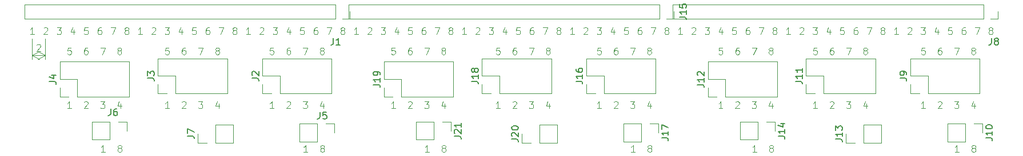
<source format=gbr>
%TF.GenerationSoftware,KiCad,Pcbnew,9.0.0*%
%TF.CreationDate,2025-09-02T16:05:32+12:00*%
%TF.ProjectId,conversion board,636f6e76-6572-4736-996f-6e20626f6172,rev?*%
%TF.SameCoordinates,Original*%
%TF.FileFunction,Legend,Top*%
%TF.FilePolarity,Positive*%
%FSLAX46Y46*%
G04 Gerber Fmt 4.6, Leading zero omitted, Abs format (unit mm)*
G04 Created by KiCad (PCBNEW 9.0.0) date 2025-09-02 16:05:32*
%MOMM*%
%LPD*%
G01*
G04 APERTURE LIST*
%ADD10C,0.100000*%
%ADD11C,0.150000*%
%ADD12C,0.120000*%
G04 APERTURE END LIST*
D10*
X218708646Y-54872419D02*
X219375312Y-54872419D01*
X219375312Y-54872419D02*
X218946741Y-55872419D01*
X210708646Y-54872419D02*
X211327693Y-54872419D01*
X211327693Y-54872419D02*
X210994360Y-55253371D01*
X210994360Y-55253371D02*
X211137217Y-55253371D01*
X211137217Y-55253371D02*
X211232455Y-55300990D01*
X211232455Y-55300990D02*
X211280074Y-55348609D01*
X211280074Y-55348609D02*
X211327693Y-55443847D01*
X211327693Y-55443847D02*
X211327693Y-55681942D01*
X211327693Y-55681942D02*
X211280074Y-55777180D01*
X211280074Y-55777180D02*
X211232455Y-55824800D01*
X211232455Y-55824800D02*
X211137217Y-55872419D01*
X211137217Y-55872419D02*
X210851503Y-55872419D01*
X210851503Y-55872419D02*
X210756265Y-55824800D01*
X210756265Y-55824800D02*
X210708646Y-55777180D01*
X220946741Y-55300990D02*
X220851503Y-55253371D01*
X220851503Y-55253371D02*
X220803884Y-55205752D01*
X220803884Y-55205752D02*
X220756265Y-55110514D01*
X220756265Y-55110514D02*
X220756265Y-55062895D01*
X220756265Y-55062895D02*
X220803884Y-54967657D01*
X220803884Y-54967657D02*
X220851503Y-54920038D01*
X220851503Y-54920038D02*
X220946741Y-54872419D01*
X220946741Y-54872419D02*
X221137217Y-54872419D01*
X221137217Y-54872419D02*
X221232455Y-54920038D01*
X221232455Y-54920038D02*
X221280074Y-54967657D01*
X221280074Y-54967657D02*
X221327693Y-55062895D01*
X221327693Y-55062895D02*
X221327693Y-55110514D01*
X221327693Y-55110514D02*
X221280074Y-55205752D01*
X221280074Y-55205752D02*
X221232455Y-55253371D01*
X221232455Y-55253371D02*
X221137217Y-55300990D01*
X221137217Y-55300990D02*
X220946741Y-55300990D01*
X220946741Y-55300990D02*
X220851503Y-55348609D01*
X220851503Y-55348609D02*
X220803884Y-55396228D01*
X220803884Y-55396228D02*
X220756265Y-55491466D01*
X220756265Y-55491466D02*
X220756265Y-55681942D01*
X220756265Y-55681942D02*
X220803884Y-55777180D01*
X220803884Y-55777180D02*
X220851503Y-55824800D01*
X220851503Y-55824800D02*
X220946741Y-55872419D01*
X220946741Y-55872419D02*
X221137217Y-55872419D01*
X221137217Y-55872419D02*
X221232455Y-55824800D01*
X221232455Y-55824800D02*
X221280074Y-55777180D01*
X221280074Y-55777180D02*
X221327693Y-55681942D01*
X221327693Y-55681942D02*
X221327693Y-55491466D01*
X221327693Y-55491466D02*
X221280074Y-55396228D01*
X221280074Y-55396228D02*
X221232455Y-55348609D01*
X221232455Y-55348609D02*
X221137217Y-55300990D01*
X208756265Y-54967657D02*
X208803884Y-54920038D01*
X208803884Y-54920038D02*
X208899122Y-54872419D01*
X208899122Y-54872419D02*
X209137217Y-54872419D01*
X209137217Y-54872419D02*
X209232455Y-54920038D01*
X209232455Y-54920038D02*
X209280074Y-54967657D01*
X209280074Y-54967657D02*
X209327693Y-55062895D01*
X209327693Y-55062895D02*
X209327693Y-55158133D01*
X209327693Y-55158133D02*
X209280074Y-55300990D01*
X209280074Y-55300990D02*
X208708646Y-55872419D01*
X208708646Y-55872419D02*
X209327693Y-55872419D01*
X215280074Y-54872419D02*
X214803884Y-54872419D01*
X214803884Y-54872419D02*
X214756265Y-55348609D01*
X214756265Y-55348609D02*
X214803884Y-55300990D01*
X214803884Y-55300990D02*
X214899122Y-55253371D01*
X214899122Y-55253371D02*
X215137217Y-55253371D01*
X215137217Y-55253371D02*
X215232455Y-55300990D01*
X215232455Y-55300990D02*
X215280074Y-55348609D01*
X215280074Y-55348609D02*
X215327693Y-55443847D01*
X215327693Y-55443847D02*
X215327693Y-55681942D01*
X215327693Y-55681942D02*
X215280074Y-55777180D01*
X215280074Y-55777180D02*
X215232455Y-55824800D01*
X215232455Y-55824800D02*
X215137217Y-55872419D01*
X215137217Y-55872419D02*
X214899122Y-55872419D01*
X214899122Y-55872419D02*
X214803884Y-55824800D01*
X214803884Y-55824800D02*
X214756265Y-55777180D01*
X207327693Y-55872419D02*
X206756265Y-55872419D01*
X207041979Y-55872419D02*
X207041979Y-54872419D01*
X207041979Y-54872419D02*
X206946741Y-55015276D01*
X206946741Y-55015276D02*
X206851503Y-55110514D01*
X206851503Y-55110514D02*
X206756265Y-55158133D01*
X217232455Y-54872419D02*
X217041979Y-54872419D01*
X217041979Y-54872419D02*
X216946741Y-54920038D01*
X216946741Y-54920038D02*
X216899122Y-54967657D01*
X216899122Y-54967657D02*
X216803884Y-55110514D01*
X216803884Y-55110514D02*
X216756265Y-55300990D01*
X216756265Y-55300990D02*
X216756265Y-55681942D01*
X216756265Y-55681942D02*
X216803884Y-55777180D01*
X216803884Y-55777180D02*
X216851503Y-55824800D01*
X216851503Y-55824800D02*
X216946741Y-55872419D01*
X216946741Y-55872419D02*
X217137217Y-55872419D01*
X217137217Y-55872419D02*
X217232455Y-55824800D01*
X217232455Y-55824800D02*
X217280074Y-55777180D01*
X217280074Y-55777180D02*
X217327693Y-55681942D01*
X217327693Y-55681942D02*
X217327693Y-55443847D01*
X217327693Y-55443847D02*
X217280074Y-55348609D01*
X217280074Y-55348609D02*
X217232455Y-55300990D01*
X217232455Y-55300990D02*
X217137217Y-55253371D01*
X217137217Y-55253371D02*
X216946741Y-55253371D01*
X216946741Y-55253371D02*
X216851503Y-55300990D01*
X216851503Y-55300990D02*
X216803884Y-55348609D01*
X216803884Y-55348609D02*
X216756265Y-55443847D01*
X213232455Y-55205752D02*
X213232455Y-55872419D01*
X212994360Y-54824800D02*
X212756265Y-55539085D01*
X212756265Y-55539085D02*
X213375312Y-55539085D01*
X202708646Y-54872419D02*
X203375312Y-54872419D01*
X203375312Y-54872419D02*
X202946741Y-55872419D01*
X194708646Y-54872419D02*
X195327693Y-54872419D01*
X195327693Y-54872419D02*
X194994360Y-55253371D01*
X194994360Y-55253371D02*
X195137217Y-55253371D01*
X195137217Y-55253371D02*
X195232455Y-55300990D01*
X195232455Y-55300990D02*
X195280074Y-55348609D01*
X195280074Y-55348609D02*
X195327693Y-55443847D01*
X195327693Y-55443847D02*
X195327693Y-55681942D01*
X195327693Y-55681942D02*
X195280074Y-55777180D01*
X195280074Y-55777180D02*
X195232455Y-55824800D01*
X195232455Y-55824800D02*
X195137217Y-55872419D01*
X195137217Y-55872419D02*
X194851503Y-55872419D01*
X194851503Y-55872419D02*
X194756265Y-55824800D01*
X194756265Y-55824800D02*
X194708646Y-55777180D01*
X204946741Y-55300990D02*
X204851503Y-55253371D01*
X204851503Y-55253371D02*
X204803884Y-55205752D01*
X204803884Y-55205752D02*
X204756265Y-55110514D01*
X204756265Y-55110514D02*
X204756265Y-55062895D01*
X204756265Y-55062895D02*
X204803884Y-54967657D01*
X204803884Y-54967657D02*
X204851503Y-54920038D01*
X204851503Y-54920038D02*
X204946741Y-54872419D01*
X204946741Y-54872419D02*
X205137217Y-54872419D01*
X205137217Y-54872419D02*
X205232455Y-54920038D01*
X205232455Y-54920038D02*
X205280074Y-54967657D01*
X205280074Y-54967657D02*
X205327693Y-55062895D01*
X205327693Y-55062895D02*
X205327693Y-55110514D01*
X205327693Y-55110514D02*
X205280074Y-55205752D01*
X205280074Y-55205752D02*
X205232455Y-55253371D01*
X205232455Y-55253371D02*
X205137217Y-55300990D01*
X205137217Y-55300990D02*
X204946741Y-55300990D01*
X204946741Y-55300990D02*
X204851503Y-55348609D01*
X204851503Y-55348609D02*
X204803884Y-55396228D01*
X204803884Y-55396228D02*
X204756265Y-55491466D01*
X204756265Y-55491466D02*
X204756265Y-55681942D01*
X204756265Y-55681942D02*
X204803884Y-55777180D01*
X204803884Y-55777180D02*
X204851503Y-55824800D01*
X204851503Y-55824800D02*
X204946741Y-55872419D01*
X204946741Y-55872419D02*
X205137217Y-55872419D01*
X205137217Y-55872419D02*
X205232455Y-55824800D01*
X205232455Y-55824800D02*
X205280074Y-55777180D01*
X205280074Y-55777180D02*
X205327693Y-55681942D01*
X205327693Y-55681942D02*
X205327693Y-55491466D01*
X205327693Y-55491466D02*
X205280074Y-55396228D01*
X205280074Y-55396228D02*
X205232455Y-55348609D01*
X205232455Y-55348609D02*
X205137217Y-55300990D01*
X192756265Y-54967657D02*
X192803884Y-54920038D01*
X192803884Y-54920038D02*
X192899122Y-54872419D01*
X192899122Y-54872419D02*
X193137217Y-54872419D01*
X193137217Y-54872419D02*
X193232455Y-54920038D01*
X193232455Y-54920038D02*
X193280074Y-54967657D01*
X193280074Y-54967657D02*
X193327693Y-55062895D01*
X193327693Y-55062895D02*
X193327693Y-55158133D01*
X193327693Y-55158133D02*
X193280074Y-55300990D01*
X193280074Y-55300990D02*
X192708646Y-55872419D01*
X192708646Y-55872419D02*
X193327693Y-55872419D01*
X199280074Y-54872419D02*
X198803884Y-54872419D01*
X198803884Y-54872419D02*
X198756265Y-55348609D01*
X198756265Y-55348609D02*
X198803884Y-55300990D01*
X198803884Y-55300990D02*
X198899122Y-55253371D01*
X198899122Y-55253371D02*
X199137217Y-55253371D01*
X199137217Y-55253371D02*
X199232455Y-55300990D01*
X199232455Y-55300990D02*
X199280074Y-55348609D01*
X199280074Y-55348609D02*
X199327693Y-55443847D01*
X199327693Y-55443847D02*
X199327693Y-55681942D01*
X199327693Y-55681942D02*
X199280074Y-55777180D01*
X199280074Y-55777180D02*
X199232455Y-55824800D01*
X199232455Y-55824800D02*
X199137217Y-55872419D01*
X199137217Y-55872419D02*
X198899122Y-55872419D01*
X198899122Y-55872419D02*
X198803884Y-55824800D01*
X198803884Y-55824800D02*
X198756265Y-55777180D01*
X191327693Y-55872419D02*
X190756265Y-55872419D01*
X191041979Y-55872419D02*
X191041979Y-54872419D01*
X191041979Y-54872419D02*
X190946741Y-55015276D01*
X190946741Y-55015276D02*
X190851503Y-55110514D01*
X190851503Y-55110514D02*
X190756265Y-55158133D01*
X201232455Y-54872419D02*
X201041979Y-54872419D01*
X201041979Y-54872419D02*
X200946741Y-54920038D01*
X200946741Y-54920038D02*
X200899122Y-54967657D01*
X200899122Y-54967657D02*
X200803884Y-55110514D01*
X200803884Y-55110514D02*
X200756265Y-55300990D01*
X200756265Y-55300990D02*
X200756265Y-55681942D01*
X200756265Y-55681942D02*
X200803884Y-55777180D01*
X200803884Y-55777180D02*
X200851503Y-55824800D01*
X200851503Y-55824800D02*
X200946741Y-55872419D01*
X200946741Y-55872419D02*
X201137217Y-55872419D01*
X201137217Y-55872419D02*
X201232455Y-55824800D01*
X201232455Y-55824800D02*
X201280074Y-55777180D01*
X201280074Y-55777180D02*
X201327693Y-55681942D01*
X201327693Y-55681942D02*
X201327693Y-55443847D01*
X201327693Y-55443847D02*
X201280074Y-55348609D01*
X201280074Y-55348609D02*
X201232455Y-55300990D01*
X201232455Y-55300990D02*
X201137217Y-55253371D01*
X201137217Y-55253371D02*
X200946741Y-55253371D01*
X200946741Y-55253371D02*
X200851503Y-55300990D01*
X200851503Y-55300990D02*
X200803884Y-55348609D01*
X200803884Y-55348609D02*
X200756265Y-55443847D01*
X197232455Y-55205752D02*
X197232455Y-55872419D01*
X196994360Y-54824800D02*
X196756265Y-55539085D01*
X196756265Y-55539085D02*
X197375312Y-55539085D01*
X186708646Y-54872419D02*
X187375312Y-54872419D01*
X187375312Y-54872419D02*
X186946741Y-55872419D01*
X178708646Y-54872419D02*
X179327693Y-54872419D01*
X179327693Y-54872419D02*
X178994360Y-55253371D01*
X178994360Y-55253371D02*
X179137217Y-55253371D01*
X179137217Y-55253371D02*
X179232455Y-55300990D01*
X179232455Y-55300990D02*
X179280074Y-55348609D01*
X179280074Y-55348609D02*
X179327693Y-55443847D01*
X179327693Y-55443847D02*
X179327693Y-55681942D01*
X179327693Y-55681942D02*
X179280074Y-55777180D01*
X179280074Y-55777180D02*
X179232455Y-55824800D01*
X179232455Y-55824800D02*
X179137217Y-55872419D01*
X179137217Y-55872419D02*
X178851503Y-55872419D01*
X178851503Y-55872419D02*
X178756265Y-55824800D01*
X178756265Y-55824800D02*
X178708646Y-55777180D01*
X188946741Y-55300990D02*
X188851503Y-55253371D01*
X188851503Y-55253371D02*
X188803884Y-55205752D01*
X188803884Y-55205752D02*
X188756265Y-55110514D01*
X188756265Y-55110514D02*
X188756265Y-55062895D01*
X188756265Y-55062895D02*
X188803884Y-54967657D01*
X188803884Y-54967657D02*
X188851503Y-54920038D01*
X188851503Y-54920038D02*
X188946741Y-54872419D01*
X188946741Y-54872419D02*
X189137217Y-54872419D01*
X189137217Y-54872419D02*
X189232455Y-54920038D01*
X189232455Y-54920038D02*
X189280074Y-54967657D01*
X189280074Y-54967657D02*
X189327693Y-55062895D01*
X189327693Y-55062895D02*
X189327693Y-55110514D01*
X189327693Y-55110514D02*
X189280074Y-55205752D01*
X189280074Y-55205752D02*
X189232455Y-55253371D01*
X189232455Y-55253371D02*
X189137217Y-55300990D01*
X189137217Y-55300990D02*
X188946741Y-55300990D01*
X188946741Y-55300990D02*
X188851503Y-55348609D01*
X188851503Y-55348609D02*
X188803884Y-55396228D01*
X188803884Y-55396228D02*
X188756265Y-55491466D01*
X188756265Y-55491466D02*
X188756265Y-55681942D01*
X188756265Y-55681942D02*
X188803884Y-55777180D01*
X188803884Y-55777180D02*
X188851503Y-55824800D01*
X188851503Y-55824800D02*
X188946741Y-55872419D01*
X188946741Y-55872419D02*
X189137217Y-55872419D01*
X189137217Y-55872419D02*
X189232455Y-55824800D01*
X189232455Y-55824800D02*
X189280074Y-55777180D01*
X189280074Y-55777180D02*
X189327693Y-55681942D01*
X189327693Y-55681942D02*
X189327693Y-55491466D01*
X189327693Y-55491466D02*
X189280074Y-55396228D01*
X189280074Y-55396228D02*
X189232455Y-55348609D01*
X189232455Y-55348609D02*
X189137217Y-55300990D01*
X176756265Y-54967657D02*
X176803884Y-54920038D01*
X176803884Y-54920038D02*
X176899122Y-54872419D01*
X176899122Y-54872419D02*
X177137217Y-54872419D01*
X177137217Y-54872419D02*
X177232455Y-54920038D01*
X177232455Y-54920038D02*
X177280074Y-54967657D01*
X177280074Y-54967657D02*
X177327693Y-55062895D01*
X177327693Y-55062895D02*
X177327693Y-55158133D01*
X177327693Y-55158133D02*
X177280074Y-55300990D01*
X177280074Y-55300990D02*
X176708646Y-55872419D01*
X176708646Y-55872419D02*
X177327693Y-55872419D01*
X183280074Y-54872419D02*
X182803884Y-54872419D01*
X182803884Y-54872419D02*
X182756265Y-55348609D01*
X182756265Y-55348609D02*
X182803884Y-55300990D01*
X182803884Y-55300990D02*
X182899122Y-55253371D01*
X182899122Y-55253371D02*
X183137217Y-55253371D01*
X183137217Y-55253371D02*
X183232455Y-55300990D01*
X183232455Y-55300990D02*
X183280074Y-55348609D01*
X183280074Y-55348609D02*
X183327693Y-55443847D01*
X183327693Y-55443847D02*
X183327693Y-55681942D01*
X183327693Y-55681942D02*
X183280074Y-55777180D01*
X183280074Y-55777180D02*
X183232455Y-55824800D01*
X183232455Y-55824800D02*
X183137217Y-55872419D01*
X183137217Y-55872419D02*
X182899122Y-55872419D01*
X182899122Y-55872419D02*
X182803884Y-55824800D01*
X182803884Y-55824800D02*
X182756265Y-55777180D01*
X175327693Y-55872419D02*
X174756265Y-55872419D01*
X175041979Y-55872419D02*
X175041979Y-54872419D01*
X175041979Y-54872419D02*
X174946741Y-55015276D01*
X174946741Y-55015276D02*
X174851503Y-55110514D01*
X174851503Y-55110514D02*
X174756265Y-55158133D01*
X185232455Y-54872419D02*
X185041979Y-54872419D01*
X185041979Y-54872419D02*
X184946741Y-54920038D01*
X184946741Y-54920038D02*
X184899122Y-54967657D01*
X184899122Y-54967657D02*
X184803884Y-55110514D01*
X184803884Y-55110514D02*
X184756265Y-55300990D01*
X184756265Y-55300990D02*
X184756265Y-55681942D01*
X184756265Y-55681942D02*
X184803884Y-55777180D01*
X184803884Y-55777180D02*
X184851503Y-55824800D01*
X184851503Y-55824800D02*
X184946741Y-55872419D01*
X184946741Y-55872419D02*
X185137217Y-55872419D01*
X185137217Y-55872419D02*
X185232455Y-55824800D01*
X185232455Y-55824800D02*
X185280074Y-55777180D01*
X185280074Y-55777180D02*
X185327693Y-55681942D01*
X185327693Y-55681942D02*
X185327693Y-55443847D01*
X185327693Y-55443847D02*
X185280074Y-55348609D01*
X185280074Y-55348609D02*
X185232455Y-55300990D01*
X185232455Y-55300990D02*
X185137217Y-55253371D01*
X185137217Y-55253371D02*
X184946741Y-55253371D01*
X184946741Y-55253371D02*
X184851503Y-55300990D01*
X184851503Y-55300990D02*
X184803884Y-55348609D01*
X184803884Y-55348609D02*
X184756265Y-55443847D01*
X181232455Y-55205752D02*
X181232455Y-55872419D01*
X180994360Y-54824800D02*
X180756265Y-55539085D01*
X180756265Y-55539085D02*
X181375312Y-55539085D01*
X170708646Y-54872419D02*
X171375312Y-54872419D01*
X171375312Y-54872419D02*
X170946741Y-55872419D01*
X162708646Y-54872419D02*
X163327693Y-54872419D01*
X163327693Y-54872419D02*
X162994360Y-55253371D01*
X162994360Y-55253371D02*
X163137217Y-55253371D01*
X163137217Y-55253371D02*
X163232455Y-55300990D01*
X163232455Y-55300990D02*
X163280074Y-55348609D01*
X163280074Y-55348609D02*
X163327693Y-55443847D01*
X163327693Y-55443847D02*
X163327693Y-55681942D01*
X163327693Y-55681942D02*
X163280074Y-55777180D01*
X163280074Y-55777180D02*
X163232455Y-55824800D01*
X163232455Y-55824800D02*
X163137217Y-55872419D01*
X163137217Y-55872419D02*
X162851503Y-55872419D01*
X162851503Y-55872419D02*
X162756265Y-55824800D01*
X162756265Y-55824800D02*
X162708646Y-55777180D01*
X172946741Y-55300990D02*
X172851503Y-55253371D01*
X172851503Y-55253371D02*
X172803884Y-55205752D01*
X172803884Y-55205752D02*
X172756265Y-55110514D01*
X172756265Y-55110514D02*
X172756265Y-55062895D01*
X172756265Y-55062895D02*
X172803884Y-54967657D01*
X172803884Y-54967657D02*
X172851503Y-54920038D01*
X172851503Y-54920038D02*
X172946741Y-54872419D01*
X172946741Y-54872419D02*
X173137217Y-54872419D01*
X173137217Y-54872419D02*
X173232455Y-54920038D01*
X173232455Y-54920038D02*
X173280074Y-54967657D01*
X173280074Y-54967657D02*
X173327693Y-55062895D01*
X173327693Y-55062895D02*
X173327693Y-55110514D01*
X173327693Y-55110514D02*
X173280074Y-55205752D01*
X173280074Y-55205752D02*
X173232455Y-55253371D01*
X173232455Y-55253371D02*
X173137217Y-55300990D01*
X173137217Y-55300990D02*
X172946741Y-55300990D01*
X172946741Y-55300990D02*
X172851503Y-55348609D01*
X172851503Y-55348609D02*
X172803884Y-55396228D01*
X172803884Y-55396228D02*
X172756265Y-55491466D01*
X172756265Y-55491466D02*
X172756265Y-55681942D01*
X172756265Y-55681942D02*
X172803884Y-55777180D01*
X172803884Y-55777180D02*
X172851503Y-55824800D01*
X172851503Y-55824800D02*
X172946741Y-55872419D01*
X172946741Y-55872419D02*
X173137217Y-55872419D01*
X173137217Y-55872419D02*
X173232455Y-55824800D01*
X173232455Y-55824800D02*
X173280074Y-55777180D01*
X173280074Y-55777180D02*
X173327693Y-55681942D01*
X173327693Y-55681942D02*
X173327693Y-55491466D01*
X173327693Y-55491466D02*
X173280074Y-55396228D01*
X173280074Y-55396228D02*
X173232455Y-55348609D01*
X173232455Y-55348609D02*
X173137217Y-55300990D01*
X160756265Y-54967657D02*
X160803884Y-54920038D01*
X160803884Y-54920038D02*
X160899122Y-54872419D01*
X160899122Y-54872419D02*
X161137217Y-54872419D01*
X161137217Y-54872419D02*
X161232455Y-54920038D01*
X161232455Y-54920038D02*
X161280074Y-54967657D01*
X161280074Y-54967657D02*
X161327693Y-55062895D01*
X161327693Y-55062895D02*
X161327693Y-55158133D01*
X161327693Y-55158133D02*
X161280074Y-55300990D01*
X161280074Y-55300990D02*
X160708646Y-55872419D01*
X160708646Y-55872419D02*
X161327693Y-55872419D01*
X167280074Y-54872419D02*
X166803884Y-54872419D01*
X166803884Y-54872419D02*
X166756265Y-55348609D01*
X166756265Y-55348609D02*
X166803884Y-55300990D01*
X166803884Y-55300990D02*
X166899122Y-55253371D01*
X166899122Y-55253371D02*
X167137217Y-55253371D01*
X167137217Y-55253371D02*
X167232455Y-55300990D01*
X167232455Y-55300990D02*
X167280074Y-55348609D01*
X167280074Y-55348609D02*
X167327693Y-55443847D01*
X167327693Y-55443847D02*
X167327693Y-55681942D01*
X167327693Y-55681942D02*
X167280074Y-55777180D01*
X167280074Y-55777180D02*
X167232455Y-55824800D01*
X167232455Y-55824800D02*
X167137217Y-55872419D01*
X167137217Y-55872419D02*
X166899122Y-55872419D01*
X166899122Y-55872419D02*
X166803884Y-55824800D01*
X166803884Y-55824800D02*
X166756265Y-55777180D01*
X159327693Y-55872419D02*
X158756265Y-55872419D01*
X159041979Y-55872419D02*
X159041979Y-54872419D01*
X159041979Y-54872419D02*
X158946741Y-55015276D01*
X158946741Y-55015276D02*
X158851503Y-55110514D01*
X158851503Y-55110514D02*
X158756265Y-55158133D01*
X169232455Y-54872419D02*
X169041979Y-54872419D01*
X169041979Y-54872419D02*
X168946741Y-54920038D01*
X168946741Y-54920038D02*
X168899122Y-54967657D01*
X168899122Y-54967657D02*
X168803884Y-55110514D01*
X168803884Y-55110514D02*
X168756265Y-55300990D01*
X168756265Y-55300990D02*
X168756265Y-55681942D01*
X168756265Y-55681942D02*
X168803884Y-55777180D01*
X168803884Y-55777180D02*
X168851503Y-55824800D01*
X168851503Y-55824800D02*
X168946741Y-55872419D01*
X168946741Y-55872419D02*
X169137217Y-55872419D01*
X169137217Y-55872419D02*
X169232455Y-55824800D01*
X169232455Y-55824800D02*
X169280074Y-55777180D01*
X169280074Y-55777180D02*
X169327693Y-55681942D01*
X169327693Y-55681942D02*
X169327693Y-55443847D01*
X169327693Y-55443847D02*
X169280074Y-55348609D01*
X169280074Y-55348609D02*
X169232455Y-55300990D01*
X169232455Y-55300990D02*
X169137217Y-55253371D01*
X169137217Y-55253371D02*
X168946741Y-55253371D01*
X168946741Y-55253371D02*
X168851503Y-55300990D01*
X168851503Y-55300990D02*
X168803884Y-55348609D01*
X168803884Y-55348609D02*
X168756265Y-55443847D01*
X165232455Y-55205752D02*
X165232455Y-55872419D01*
X164994360Y-54824800D02*
X164756265Y-55539085D01*
X164756265Y-55539085D02*
X165375312Y-55539085D01*
X154708646Y-54872419D02*
X155375312Y-54872419D01*
X155375312Y-54872419D02*
X154946741Y-55872419D01*
X146708646Y-54872419D02*
X147327693Y-54872419D01*
X147327693Y-54872419D02*
X146994360Y-55253371D01*
X146994360Y-55253371D02*
X147137217Y-55253371D01*
X147137217Y-55253371D02*
X147232455Y-55300990D01*
X147232455Y-55300990D02*
X147280074Y-55348609D01*
X147280074Y-55348609D02*
X147327693Y-55443847D01*
X147327693Y-55443847D02*
X147327693Y-55681942D01*
X147327693Y-55681942D02*
X147280074Y-55777180D01*
X147280074Y-55777180D02*
X147232455Y-55824800D01*
X147232455Y-55824800D02*
X147137217Y-55872419D01*
X147137217Y-55872419D02*
X146851503Y-55872419D01*
X146851503Y-55872419D02*
X146756265Y-55824800D01*
X146756265Y-55824800D02*
X146708646Y-55777180D01*
X156946741Y-55300990D02*
X156851503Y-55253371D01*
X156851503Y-55253371D02*
X156803884Y-55205752D01*
X156803884Y-55205752D02*
X156756265Y-55110514D01*
X156756265Y-55110514D02*
X156756265Y-55062895D01*
X156756265Y-55062895D02*
X156803884Y-54967657D01*
X156803884Y-54967657D02*
X156851503Y-54920038D01*
X156851503Y-54920038D02*
X156946741Y-54872419D01*
X156946741Y-54872419D02*
X157137217Y-54872419D01*
X157137217Y-54872419D02*
X157232455Y-54920038D01*
X157232455Y-54920038D02*
X157280074Y-54967657D01*
X157280074Y-54967657D02*
X157327693Y-55062895D01*
X157327693Y-55062895D02*
X157327693Y-55110514D01*
X157327693Y-55110514D02*
X157280074Y-55205752D01*
X157280074Y-55205752D02*
X157232455Y-55253371D01*
X157232455Y-55253371D02*
X157137217Y-55300990D01*
X157137217Y-55300990D02*
X156946741Y-55300990D01*
X156946741Y-55300990D02*
X156851503Y-55348609D01*
X156851503Y-55348609D02*
X156803884Y-55396228D01*
X156803884Y-55396228D02*
X156756265Y-55491466D01*
X156756265Y-55491466D02*
X156756265Y-55681942D01*
X156756265Y-55681942D02*
X156803884Y-55777180D01*
X156803884Y-55777180D02*
X156851503Y-55824800D01*
X156851503Y-55824800D02*
X156946741Y-55872419D01*
X156946741Y-55872419D02*
X157137217Y-55872419D01*
X157137217Y-55872419D02*
X157232455Y-55824800D01*
X157232455Y-55824800D02*
X157280074Y-55777180D01*
X157280074Y-55777180D02*
X157327693Y-55681942D01*
X157327693Y-55681942D02*
X157327693Y-55491466D01*
X157327693Y-55491466D02*
X157280074Y-55396228D01*
X157280074Y-55396228D02*
X157232455Y-55348609D01*
X157232455Y-55348609D02*
X157137217Y-55300990D01*
X144756265Y-54967657D02*
X144803884Y-54920038D01*
X144803884Y-54920038D02*
X144899122Y-54872419D01*
X144899122Y-54872419D02*
X145137217Y-54872419D01*
X145137217Y-54872419D02*
X145232455Y-54920038D01*
X145232455Y-54920038D02*
X145280074Y-54967657D01*
X145280074Y-54967657D02*
X145327693Y-55062895D01*
X145327693Y-55062895D02*
X145327693Y-55158133D01*
X145327693Y-55158133D02*
X145280074Y-55300990D01*
X145280074Y-55300990D02*
X144708646Y-55872419D01*
X144708646Y-55872419D02*
X145327693Y-55872419D01*
X151280074Y-54872419D02*
X150803884Y-54872419D01*
X150803884Y-54872419D02*
X150756265Y-55348609D01*
X150756265Y-55348609D02*
X150803884Y-55300990D01*
X150803884Y-55300990D02*
X150899122Y-55253371D01*
X150899122Y-55253371D02*
X151137217Y-55253371D01*
X151137217Y-55253371D02*
X151232455Y-55300990D01*
X151232455Y-55300990D02*
X151280074Y-55348609D01*
X151280074Y-55348609D02*
X151327693Y-55443847D01*
X151327693Y-55443847D02*
X151327693Y-55681942D01*
X151327693Y-55681942D02*
X151280074Y-55777180D01*
X151280074Y-55777180D02*
X151232455Y-55824800D01*
X151232455Y-55824800D02*
X151137217Y-55872419D01*
X151137217Y-55872419D02*
X150899122Y-55872419D01*
X150899122Y-55872419D02*
X150803884Y-55824800D01*
X150803884Y-55824800D02*
X150756265Y-55777180D01*
X143327693Y-55872419D02*
X142756265Y-55872419D01*
X143041979Y-55872419D02*
X143041979Y-54872419D01*
X143041979Y-54872419D02*
X142946741Y-55015276D01*
X142946741Y-55015276D02*
X142851503Y-55110514D01*
X142851503Y-55110514D02*
X142756265Y-55158133D01*
X153232455Y-54872419D02*
X153041979Y-54872419D01*
X153041979Y-54872419D02*
X152946741Y-54920038D01*
X152946741Y-54920038D02*
X152899122Y-54967657D01*
X152899122Y-54967657D02*
X152803884Y-55110514D01*
X152803884Y-55110514D02*
X152756265Y-55300990D01*
X152756265Y-55300990D02*
X152756265Y-55681942D01*
X152756265Y-55681942D02*
X152803884Y-55777180D01*
X152803884Y-55777180D02*
X152851503Y-55824800D01*
X152851503Y-55824800D02*
X152946741Y-55872419D01*
X152946741Y-55872419D02*
X153137217Y-55872419D01*
X153137217Y-55872419D02*
X153232455Y-55824800D01*
X153232455Y-55824800D02*
X153280074Y-55777180D01*
X153280074Y-55777180D02*
X153327693Y-55681942D01*
X153327693Y-55681942D02*
X153327693Y-55443847D01*
X153327693Y-55443847D02*
X153280074Y-55348609D01*
X153280074Y-55348609D02*
X153232455Y-55300990D01*
X153232455Y-55300990D02*
X153137217Y-55253371D01*
X153137217Y-55253371D02*
X152946741Y-55253371D01*
X152946741Y-55253371D02*
X152851503Y-55300990D01*
X152851503Y-55300990D02*
X152803884Y-55348609D01*
X152803884Y-55348609D02*
X152756265Y-55443847D01*
X149232455Y-55205752D02*
X149232455Y-55872419D01*
X148994360Y-54824800D02*
X148756265Y-55539085D01*
X148756265Y-55539085D02*
X149375312Y-55539085D01*
X138708646Y-54872419D02*
X139375312Y-54872419D01*
X139375312Y-54872419D02*
X138946741Y-55872419D01*
X130708646Y-54872419D02*
X131327693Y-54872419D01*
X131327693Y-54872419D02*
X130994360Y-55253371D01*
X130994360Y-55253371D02*
X131137217Y-55253371D01*
X131137217Y-55253371D02*
X131232455Y-55300990D01*
X131232455Y-55300990D02*
X131280074Y-55348609D01*
X131280074Y-55348609D02*
X131327693Y-55443847D01*
X131327693Y-55443847D02*
X131327693Y-55681942D01*
X131327693Y-55681942D02*
X131280074Y-55777180D01*
X131280074Y-55777180D02*
X131232455Y-55824800D01*
X131232455Y-55824800D02*
X131137217Y-55872419D01*
X131137217Y-55872419D02*
X130851503Y-55872419D01*
X130851503Y-55872419D02*
X130756265Y-55824800D01*
X130756265Y-55824800D02*
X130708646Y-55777180D01*
X140946741Y-55300990D02*
X140851503Y-55253371D01*
X140851503Y-55253371D02*
X140803884Y-55205752D01*
X140803884Y-55205752D02*
X140756265Y-55110514D01*
X140756265Y-55110514D02*
X140756265Y-55062895D01*
X140756265Y-55062895D02*
X140803884Y-54967657D01*
X140803884Y-54967657D02*
X140851503Y-54920038D01*
X140851503Y-54920038D02*
X140946741Y-54872419D01*
X140946741Y-54872419D02*
X141137217Y-54872419D01*
X141137217Y-54872419D02*
X141232455Y-54920038D01*
X141232455Y-54920038D02*
X141280074Y-54967657D01*
X141280074Y-54967657D02*
X141327693Y-55062895D01*
X141327693Y-55062895D02*
X141327693Y-55110514D01*
X141327693Y-55110514D02*
X141280074Y-55205752D01*
X141280074Y-55205752D02*
X141232455Y-55253371D01*
X141232455Y-55253371D02*
X141137217Y-55300990D01*
X141137217Y-55300990D02*
X140946741Y-55300990D01*
X140946741Y-55300990D02*
X140851503Y-55348609D01*
X140851503Y-55348609D02*
X140803884Y-55396228D01*
X140803884Y-55396228D02*
X140756265Y-55491466D01*
X140756265Y-55491466D02*
X140756265Y-55681942D01*
X140756265Y-55681942D02*
X140803884Y-55777180D01*
X140803884Y-55777180D02*
X140851503Y-55824800D01*
X140851503Y-55824800D02*
X140946741Y-55872419D01*
X140946741Y-55872419D02*
X141137217Y-55872419D01*
X141137217Y-55872419D02*
X141232455Y-55824800D01*
X141232455Y-55824800D02*
X141280074Y-55777180D01*
X141280074Y-55777180D02*
X141327693Y-55681942D01*
X141327693Y-55681942D02*
X141327693Y-55491466D01*
X141327693Y-55491466D02*
X141280074Y-55396228D01*
X141280074Y-55396228D02*
X141232455Y-55348609D01*
X141232455Y-55348609D02*
X141137217Y-55300990D01*
X128756265Y-54967657D02*
X128803884Y-54920038D01*
X128803884Y-54920038D02*
X128899122Y-54872419D01*
X128899122Y-54872419D02*
X129137217Y-54872419D01*
X129137217Y-54872419D02*
X129232455Y-54920038D01*
X129232455Y-54920038D02*
X129280074Y-54967657D01*
X129280074Y-54967657D02*
X129327693Y-55062895D01*
X129327693Y-55062895D02*
X129327693Y-55158133D01*
X129327693Y-55158133D02*
X129280074Y-55300990D01*
X129280074Y-55300990D02*
X128708646Y-55872419D01*
X128708646Y-55872419D02*
X129327693Y-55872419D01*
X135280074Y-54872419D02*
X134803884Y-54872419D01*
X134803884Y-54872419D02*
X134756265Y-55348609D01*
X134756265Y-55348609D02*
X134803884Y-55300990D01*
X134803884Y-55300990D02*
X134899122Y-55253371D01*
X134899122Y-55253371D02*
X135137217Y-55253371D01*
X135137217Y-55253371D02*
X135232455Y-55300990D01*
X135232455Y-55300990D02*
X135280074Y-55348609D01*
X135280074Y-55348609D02*
X135327693Y-55443847D01*
X135327693Y-55443847D02*
X135327693Y-55681942D01*
X135327693Y-55681942D02*
X135280074Y-55777180D01*
X135280074Y-55777180D02*
X135232455Y-55824800D01*
X135232455Y-55824800D02*
X135137217Y-55872419D01*
X135137217Y-55872419D02*
X134899122Y-55872419D01*
X134899122Y-55872419D02*
X134803884Y-55824800D01*
X134803884Y-55824800D02*
X134756265Y-55777180D01*
X127327693Y-55872419D02*
X126756265Y-55872419D01*
X127041979Y-55872419D02*
X127041979Y-54872419D01*
X127041979Y-54872419D02*
X126946741Y-55015276D01*
X126946741Y-55015276D02*
X126851503Y-55110514D01*
X126851503Y-55110514D02*
X126756265Y-55158133D01*
X137232455Y-54872419D02*
X137041979Y-54872419D01*
X137041979Y-54872419D02*
X136946741Y-54920038D01*
X136946741Y-54920038D02*
X136899122Y-54967657D01*
X136899122Y-54967657D02*
X136803884Y-55110514D01*
X136803884Y-55110514D02*
X136756265Y-55300990D01*
X136756265Y-55300990D02*
X136756265Y-55681942D01*
X136756265Y-55681942D02*
X136803884Y-55777180D01*
X136803884Y-55777180D02*
X136851503Y-55824800D01*
X136851503Y-55824800D02*
X136946741Y-55872419D01*
X136946741Y-55872419D02*
X137137217Y-55872419D01*
X137137217Y-55872419D02*
X137232455Y-55824800D01*
X137232455Y-55824800D02*
X137280074Y-55777180D01*
X137280074Y-55777180D02*
X137327693Y-55681942D01*
X137327693Y-55681942D02*
X137327693Y-55443847D01*
X137327693Y-55443847D02*
X137280074Y-55348609D01*
X137280074Y-55348609D02*
X137232455Y-55300990D01*
X137232455Y-55300990D02*
X137137217Y-55253371D01*
X137137217Y-55253371D02*
X136946741Y-55253371D01*
X136946741Y-55253371D02*
X136851503Y-55300990D01*
X136851503Y-55300990D02*
X136803884Y-55348609D01*
X136803884Y-55348609D02*
X136756265Y-55443847D01*
X133232455Y-55205752D02*
X133232455Y-55872419D01*
X132994360Y-54824800D02*
X132756265Y-55539085D01*
X132756265Y-55539085D02*
X133375312Y-55539085D01*
X122708646Y-54872419D02*
X123375312Y-54872419D01*
X123375312Y-54872419D02*
X122946741Y-55872419D01*
X114708646Y-54872419D02*
X115327693Y-54872419D01*
X115327693Y-54872419D02*
X114994360Y-55253371D01*
X114994360Y-55253371D02*
X115137217Y-55253371D01*
X115137217Y-55253371D02*
X115232455Y-55300990D01*
X115232455Y-55300990D02*
X115280074Y-55348609D01*
X115280074Y-55348609D02*
X115327693Y-55443847D01*
X115327693Y-55443847D02*
X115327693Y-55681942D01*
X115327693Y-55681942D02*
X115280074Y-55777180D01*
X115280074Y-55777180D02*
X115232455Y-55824800D01*
X115232455Y-55824800D02*
X115137217Y-55872419D01*
X115137217Y-55872419D02*
X114851503Y-55872419D01*
X114851503Y-55872419D02*
X114756265Y-55824800D01*
X114756265Y-55824800D02*
X114708646Y-55777180D01*
X124946741Y-55300990D02*
X124851503Y-55253371D01*
X124851503Y-55253371D02*
X124803884Y-55205752D01*
X124803884Y-55205752D02*
X124756265Y-55110514D01*
X124756265Y-55110514D02*
X124756265Y-55062895D01*
X124756265Y-55062895D02*
X124803884Y-54967657D01*
X124803884Y-54967657D02*
X124851503Y-54920038D01*
X124851503Y-54920038D02*
X124946741Y-54872419D01*
X124946741Y-54872419D02*
X125137217Y-54872419D01*
X125137217Y-54872419D02*
X125232455Y-54920038D01*
X125232455Y-54920038D02*
X125280074Y-54967657D01*
X125280074Y-54967657D02*
X125327693Y-55062895D01*
X125327693Y-55062895D02*
X125327693Y-55110514D01*
X125327693Y-55110514D02*
X125280074Y-55205752D01*
X125280074Y-55205752D02*
X125232455Y-55253371D01*
X125232455Y-55253371D02*
X125137217Y-55300990D01*
X125137217Y-55300990D02*
X124946741Y-55300990D01*
X124946741Y-55300990D02*
X124851503Y-55348609D01*
X124851503Y-55348609D02*
X124803884Y-55396228D01*
X124803884Y-55396228D02*
X124756265Y-55491466D01*
X124756265Y-55491466D02*
X124756265Y-55681942D01*
X124756265Y-55681942D02*
X124803884Y-55777180D01*
X124803884Y-55777180D02*
X124851503Y-55824800D01*
X124851503Y-55824800D02*
X124946741Y-55872419D01*
X124946741Y-55872419D02*
X125137217Y-55872419D01*
X125137217Y-55872419D02*
X125232455Y-55824800D01*
X125232455Y-55824800D02*
X125280074Y-55777180D01*
X125280074Y-55777180D02*
X125327693Y-55681942D01*
X125327693Y-55681942D02*
X125327693Y-55491466D01*
X125327693Y-55491466D02*
X125280074Y-55396228D01*
X125280074Y-55396228D02*
X125232455Y-55348609D01*
X125232455Y-55348609D02*
X125137217Y-55300990D01*
X112756265Y-54967657D02*
X112803884Y-54920038D01*
X112803884Y-54920038D02*
X112899122Y-54872419D01*
X112899122Y-54872419D02*
X113137217Y-54872419D01*
X113137217Y-54872419D02*
X113232455Y-54920038D01*
X113232455Y-54920038D02*
X113280074Y-54967657D01*
X113280074Y-54967657D02*
X113327693Y-55062895D01*
X113327693Y-55062895D02*
X113327693Y-55158133D01*
X113327693Y-55158133D02*
X113280074Y-55300990D01*
X113280074Y-55300990D02*
X112708646Y-55872419D01*
X112708646Y-55872419D02*
X113327693Y-55872419D01*
X119280074Y-54872419D02*
X118803884Y-54872419D01*
X118803884Y-54872419D02*
X118756265Y-55348609D01*
X118756265Y-55348609D02*
X118803884Y-55300990D01*
X118803884Y-55300990D02*
X118899122Y-55253371D01*
X118899122Y-55253371D02*
X119137217Y-55253371D01*
X119137217Y-55253371D02*
X119232455Y-55300990D01*
X119232455Y-55300990D02*
X119280074Y-55348609D01*
X119280074Y-55348609D02*
X119327693Y-55443847D01*
X119327693Y-55443847D02*
X119327693Y-55681942D01*
X119327693Y-55681942D02*
X119280074Y-55777180D01*
X119280074Y-55777180D02*
X119232455Y-55824800D01*
X119232455Y-55824800D02*
X119137217Y-55872419D01*
X119137217Y-55872419D02*
X118899122Y-55872419D01*
X118899122Y-55872419D02*
X118803884Y-55824800D01*
X118803884Y-55824800D02*
X118756265Y-55777180D01*
X111327693Y-55872419D02*
X110756265Y-55872419D01*
X111041979Y-55872419D02*
X111041979Y-54872419D01*
X111041979Y-54872419D02*
X110946741Y-55015276D01*
X110946741Y-55015276D02*
X110851503Y-55110514D01*
X110851503Y-55110514D02*
X110756265Y-55158133D01*
X121232455Y-54872419D02*
X121041979Y-54872419D01*
X121041979Y-54872419D02*
X120946741Y-54920038D01*
X120946741Y-54920038D02*
X120899122Y-54967657D01*
X120899122Y-54967657D02*
X120803884Y-55110514D01*
X120803884Y-55110514D02*
X120756265Y-55300990D01*
X120756265Y-55300990D02*
X120756265Y-55681942D01*
X120756265Y-55681942D02*
X120803884Y-55777180D01*
X120803884Y-55777180D02*
X120851503Y-55824800D01*
X120851503Y-55824800D02*
X120946741Y-55872419D01*
X120946741Y-55872419D02*
X121137217Y-55872419D01*
X121137217Y-55872419D02*
X121232455Y-55824800D01*
X121232455Y-55824800D02*
X121280074Y-55777180D01*
X121280074Y-55777180D02*
X121327693Y-55681942D01*
X121327693Y-55681942D02*
X121327693Y-55443847D01*
X121327693Y-55443847D02*
X121280074Y-55348609D01*
X121280074Y-55348609D02*
X121232455Y-55300990D01*
X121232455Y-55300990D02*
X121137217Y-55253371D01*
X121137217Y-55253371D02*
X120946741Y-55253371D01*
X120946741Y-55253371D02*
X120851503Y-55300990D01*
X120851503Y-55300990D02*
X120803884Y-55348609D01*
X120803884Y-55348609D02*
X120756265Y-55443847D01*
X117232455Y-55205752D02*
X117232455Y-55872419D01*
X116994360Y-54824800D02*
X116756265Y-55539085D01*
X116756265Y-55539085D02*
X117375312Y-55539085D01*
X106708646Y-54872419D02*
X107375312Y-54872419D01*
X107375312Y-54872419D02*
X106946741Y-55872419D01*
X98708646Y-54872419D02*
X99327693Y-54872419D01*
X99327693Y-54872419D02*
X98994360Y-55253371D01*
X98994360Y-55253371D02*
X99137217Y-55253371D01*
X99137217Y-55253371D02*
X99232455Y-55300990D01*
X99232455Y-55300990D02*
X99280074Y-55348609D01*
X99280074Y-55348609D02*
X99327693Y-55443847D01*
X99327693Y-55443847D02*
X99327693Y-55681942D01*
X99327693Y-55681942D02*
X99280074Y-55777180D01*
X99280074Y-55777180D02*
X99232455Y-55824800D01*
X99232455Y-55824800D02*
X99137217Y-55872419D01*
X99137217Y-55872419D02*
X98851503Y-55872419D01*
X98851503Y-55872419D02*
X98756265Y-55824800D01*
X98756265Y-55824800D02*
X98708646Y-55777180D01*
X108946741Y-55300990D02*
X108851503Y-55253371D01*
X108851503Y-55253371D02*
X108803884Y-55205752D01*
X108803884Y-55205752D02*
X108756265Y-55110514D01*
X108756265Y-55110514D02*
X108756265Y-55062895D01*
X108756265Y-55062895D02*
X108803884Y-54967657D01*
X108803884Y-54967657D02*
X108851503Y-54920038D01*
X108851503Y-54920038D02*
X108946741Y-54872419D01*
X108946741Y-54872419D02*
X109137217Y-54872419D01*
X109137217Y-54872419D02*
X109232455Y-54920038D01*
X109232455Y-54920038D02*
X109280074Y-54967657D01*
X109280074Y-54967657D02*
X109327693Y-55062895D01*
X109327693Y-55062895D02*
X109327693Y-55110514D01*
X109327693Y-55110514D02*
X109280074Y-55205752D01*
X109280074Y-55205752D02*
X109232455Y-55253371D01*
X109232455Y-55253371D02*
X109137217Y-55300990D01*
X109137217Y-55300990D02*
X108946741Y-55300990D01*
X108946741Y-55300990D02*
X108851503Y-55348609D01*
X108851503Y-55348609D02*
X108803884Y-55396228D01*
X108803884Y-55396228D02*
X108756265Y-55491466D01*
X108756265Y-55491466D02*
X108756265Y-55681942D01*
X108756265Y-55681942D02*
X108803884Y-55777180D01*
X108803884Y-55777180D02*
X108851503Y-55824800D01*
X108851503Y-55824800D02*
X108946741Y-55872419D01*
X108946741Y-55872419D02*
X109137217Y-55872419D01*
X109137217Y-55872419D02*
X109232455Y-55824800D01*
X109232455Y-55824800D02*
X109280074Y-55777180D01*
X109280074Y-55777180D02*
X109327693Y-55681942D01*
X109327693Y-55681942D02*
X109327693Y-55491466D01*
X109327693Y-55491466D02*
X109280074Y-55396228D01*
X109280074Y-55396228D02*
X109232455Y-55348609D01*
X109232455Y-55348609D02*
X109137217Y-55300990D01*
X96756265Y-54967657D02*
X96803884Y-54920038D01*
X96803884Y-54920038D02*
X96899122Y-54872419D01*
X96899122Y-54872419D02*
X97137217Y-54872419D01*
X97137217Y-54872419D02*
X97232455Y-54920038D01*
X97232455Y-54920038D02*
X97280074Y-54967657D01*
X97280074Y-54967657D02*
X97327693Y-55062895D01*
X97327693Y-55062895D02*
X97327693Y-55158133D01*
X97327693Y-55158133D02*
X97280074Y-55300990D01*
X97280074Y-55300990D02*
X96708646Y-55872419D01*
X96708646Y-55872419D02*
X97327693Y-55872419D01*
X103280074Y-54872419D02*
X102803884Y-54872419D01*
X102803884Y-54872419D02*
X102756265Y-55348609D01*
X102756265Y-55348609D02*
X102803884Y-55300990D01*
X102803884Y-55300990D02*
X102899122Y-55253371D01*
X102899122Y-55253371D02*
X103137217Y-55253371D01*
X103137217Y-55253371D02*
X103232455Y-55300990D01*
X103232455Y-55300990D02*
X103280074Y-55348609D01*
X103280074Y-55348609D02*
X103327693Y-55443847D01*
X103327693Y-55443847D02*
X103327693Y-55681942D01*
X103327693Y-55681942D02*
X103280074Y-55777180D01*
X103280074Y-55777180D02*
X103232455Y-55824800D01*
X103232455Y-55824800D02*
X103137217Y-55872419D01*
X103137217Y-55872419D02*
X102899122Y-55872419D01*
X102899122Y-55872419D02*
X102803884Y-55824800D01*
X102803884Y-55824800D02*
X102756265Y-55777180D01*
X95327693Y-55872419D02*
X94756265Y-55872419D01*
X95041979Y-55872419D02*
X95041979Y-54872419D01*
X95041979Y-54872419D02*
X94946741Y-55015276D01*
X94946741Y-55015276D02*
X94851503Y-55110514D01*
X94851503Y-55110514D02*
X94756265Y-55158133D01*
X105232455Y-54872419D02*
X105041979Y-54872419D01*
X105041979Y-54872419D02*
X104946741Y-54920038D01*
X104946741Y-54920038D02*
X104899122Y-54967657D01*
X104899122Y-54967657D02*
X104803884Y-55110514D01*
X104803884Y-55110514D02*
X104756265Y-55300990D01*
X104756265Y-55300990D02*
X104756265Y-55681942D01*
X104756265Y-55681942D02*
X104803884Y-55777180D01*
X104803884Y-55777180D02*
X104851503Y-55824800D01*
X104851503Y-55824800D02*
X104946741Y-55872419D01*
X104946741Y-55872419D02*
X105137217Y-55872419D01*
X105137217Y-55872419D02*
X105232455Y-55824800D01*
X105232455Y-55824800D02*
X105280074Y-55777180D01*
X105280074Y-55777180D02*
X105327693Y-55681942D01*
X105327693Y-55681942D02*
X105327693Y-55443847D01*
X105327693Y-55443847D02*
X105280074Y-55348609D01*
X105280074Y-55348609D02*
X105232455Y-55300990D01*
X105232455Y-55300990D02*
X105137217Y-55253371D01*
X105137217Y-55253371D02*
X104946741Y-55253371D01*
X104946741Y-55253371D02*
X104851503Y-55300990D01*
X104851503Y-55300990D02*
X104803884Y-55348609D01*
X104803884Y-55348609D02*
X104756265Y-55443847D01*
X101232455Y-55205752D02*
X101232455Y-55872419D01*
X100994360Y-54824800D02*
X100756265Y-55539085D01*
X100756265Y-55539085D02*
X101375312Y-55539085D01*
X90708646Y-54872419D02*
X91375312Y-54872419D01*
X91375312Y-54872419D02*
X90946741Y-55872419D01*
X89232455Y-54872419D02*
X89041979Y-54872419D01*
X89041979Y-54872419D02*
X88946741Y-54920038D01*
X88946741Y-54920038D02*
X88899122Y-54967657D01*
X88899122Y-54967657D02*
X88803884Y-55110514D01*
X88803884Y-55110514D02*
X88756265Y-55300990D01*
X88756265Y-55300990D02*
X88756265Y-55681942D01*
X88756265Y-55681942D02*
X88803884Y-55777180D01*
X88803884Y-55777180D02*
X88851503Y-55824800D01*
X88851503Y-55824800D02*
X88946741Y-55872419D01*
X88946741Y-55872419D02*
X89137217Y-55872419D01*
X89137217Y-55872419D02*
X89232455Y-55824800D01*
X89232455Y-55824800D02*
X89280074Y-55777180D01*
X89280074Y-55777180D02*
X89327693Y-55681942D01*
X89327693Y-55681942D02*
X89327693Y-55443847D01*
X89327693Y-55443847D02*
X89280074Y-55348609D01*
X89280074Y-55348609D02*
X89232455Y-55300990D01*
X89232455Y-55300990D02*
X89137217Y-55253371D01*
X89137217Y-55253371D02*
X88946741Y-55253371D01*
X88946741Y-55253371D02*
X88851503Y-55300990D01*
X88851503Y-55300990D02*
X88803884Y-55348609D01*
X88803884Y-55348609D02*
X88756265Y-55443847D01*
X87280074Y-54872419D02*
X86803884Y-54872419D01*
X86803884Y-54872419D02*
X86756265Y-55348609D01*
X86756265Y-55348609D02*
X86803884Y-55300990D01*
X86803884Y-55300990D02*
X86899122Y-55253371D01*
X86899122Y-55253371D02*
X87137217Y-55253371D01*
X87137217Y-55253371D02*
X87232455Y-55300990D01*
X87232455Y-55300990D02*
X87280074Y-55348609D01*
X87280074Y-55348609D02*
X87327693Y-55443847D01*
X87327693Y-55443847D02*
X87327693Y-55681942D01*
X87327693Y-55681942D02*
X87280074Y-55777180D01*
X87280074Y-55777180D02*
X87232455Y-55824800D01*
X87232455Y-55824800D02*
X87137217Y-55872419D01*
X87137217Y-55872419D02*
X86899122Y-55872419D01*
X86899122Y-55872419D02*
X86803884Y-55824800D01*
X86803884Y-55824800D02*
X86756265Y-55777180D01*
X85232455Y-55205752D02*
X85232455Y-55872419D01*
X84994360Y-54824800D02*
X84756265Y-55539085D01*
X84756265Y-55539085D02*
X85375312Y-55539085D01*
X82708646Y-54872419D02*
X83327693Y-54872419D01*
X83327693Y-54872419D02*
X82994360Y-55253371D01*
X82994360Y-55253371D02*
X83137217Y-55253371D01*
X83137217Y-55253371D02*
X83232455Y-55300990D01*
X83232455Y-55300990D02*
X83280074Y-55348609D01*
X83280074Y-55348609D02*
X83327693Y-55443847D01*
X83327693Y-55443847D02*
X83327693Y-55681942D01*
X83327693Y-55681942D02*
X83280074Y-55777180D01*
X83280074Y-55777180D02*
X83232455Y-55824800D01*
X83232455Y-55824800D02*
X83137217Y-55872419D01*
X83137217Y-55872419D02*
X82851503Y-55872419D01*
X82851503Y-55872419D02*
X82756265Y-55824800D01*
X82756265Y-55824800D02*
X82708646Y-55777180D01*
X80756265Y-54967657D02*
X80803884Y-54920038D01*
X80803884Y-54920038D02*
X80899122Y-54872419D01*
X80899122Y-54872419D02*
X81137217Y-54872419D01*
X81137217Y-54872419D02*
X81232455Y-54920038D01*
X81232455Y-54920038D02*
X81280074Y-54967657D01*
X81280074Y-54967657D02*
X81327693Y-55062895D01*
X81327693Y-55062895D02*
X81327693Y-55158133D01*
X81327693Y-55158133D02*
X81280074Y-55300990D01*
X81280074Y-55300990D02*
X80708646Y-55872419D01*
X80708646Y-55872419D02*
X81327693Y-55872419D01*
X92946741Y-55300990D02*
X92851503Y-55253371D01*
X92851503Y-55253371D02*
X92803884Y-55205752D01*
X92803884Y-55205752D02*
X92756265Y-55110514D01*
X92756265Y-55110514D02*
X92756265Y-55062895D01*
X92756265Y-55062895D02*
X92803884Y-54967657D01*
X92803884Y-54967657D02*
X92851503Y-54920038D01*
X92851503Y-54920038D02*
X92946741Y-54872419D01*
X92946741Y-54872419D02*
X93137217Y-54872419D01*
X93137217Y-54872419D02*
X93232455Y-54920038D01*
X93232455Y-54920038D02*
X93280074Y-54967657D01*
X93280074Y-54967657D02*
X93327693Y-55062895D01*
X93327693Y-55062895D02*
X93327693Y-55110514D01*
X93327693Y-55110514D02*
X93280074Y-55205752D01*
X93280074Y-55205752D02*
X93232455Y-55253371D01*
X93232455Y-55253371D02*
X93137217Y-55300990D01*
X93137217Y-55300990D02*
X92946741Y-55300990D01*
X92946741Y-55300990D02*
X92851503Y-55348609D01*
X92851503Y-55348609D02*
X92803884Y-55396228D01*
X92803884Y-55396228D02*
X92756265Y-55491466D01*
X92756265Y-55491466D02*
X92756265Y-55681942D01*
X92756265Y-55681942D02*
X92803884Y-55777180D01*
X92803884Y-55777180D02*
X92851503Y-55824800D01*
X92851503Y-55824800D02*
X92946741Y-55872419D01*
X92946741Y-55872419D02*
X93137217Y-55872419D01*
X93137217Y-55872419D02*
X93232455Y-55824800D01*
X93232455Y-55824800D02*
X93280074Y-55777180D01*
X93280074Y-55777180D02*
X93327693Y-55681942D01*
X93327693Y-55681942D02*
X93327693Y-55491466D01*
X93327693Y-55491466D02*
X93280074Y-55396228D01*
X93280074Y-55396228D02*
X93232455Y-55348609D01*
X93232455Y-55348609D02*
X93137217Y-55300990D01*
X79327693Y-55872419D02*
X78756265Y-55872419D01*
X79041979Y-55872419D02*
X79041979Y-54872419D01*
X79041979Y-54872419D02*
X78946741Y-55015276D01*
X78946741Y-55015276D02*
X78851503Y-55110514D01*
X78851503Y-55110514D02*
X78756265Y-55158133D01*
X211327693Y-66872419D02*
X210756265Y-66872419D01*
X211041979Y-66872419D02*
X211041979Y-65872419D01*
X211041979Y-65872419D02*
X210946741Y-66015276D01*
X210946741Y-66015276D02*
X210851503Y-66110514D01*
X210851503Y-66110514D02*
X210756265Y-66158133D01*
X213232456Y-65967657D02*
X213280075Y-65920038D01*
X213280075Y-65920038D02*
X213375313Y-65872419D01*
X213375313Y-65872419D02*
X213613408Y-65872419D01*
X213613408Y-65872419D02*
X213708646Y-65920038D01*
X213708646Y-65920038D02*
X213756265Y-65967657D01*
X213756265Y-65967657D02*
X213803884Y-66062895D01*
X213803884Y-66062895D02*
X213803884Y-66158133D01*
X213803884Y-66158133D02*
X213756265Y-66300990D01*
X213756265Y-66300990D02*
X213184837Y-66872419D01*
X213184837Y-66872419D02*
X213803884Y-66872419D01*
X215661028Y-65872419D02*
X216280075Y-65872419D01*
X216280075Y-65872419D02*
X215946742Y-66253371D01*
X215946742Y-66253371D02*
X216089599Y-66253371D01*
X216089599Y-66253371D02*
X216184837Y-66300990D01*
X216184837Y-66300990D02*
X216232456Y-66348609D01*
X216232456Y-66348609D02*
X216280075Y-66443847D01*
X216280075Y-66443847D02*
X216280075Y-66681942D01*
X216280075Y-66681942D02*
X216232456Y-66777180D01*
X216232456Y-66777180D02*
X216184837Y-66824800D01*
X216184837Y-66824800D02*
X216089599Y-66872419D01*
X216089599Y-66872419D02*
X215803885Y-66872419D01*
X215803885Y-66872419D02*
X215708647Y-66824800D01*
X215708647Y-66824800D02*
X215661028Y-66777180D01*
X218661028Y-66205752D02*
X218661028Y-66872419D01*
X218422933Y-65824800D02*
X218184838Y-66539085D01*
X218184838Y-66539085D02*
X218803885Y-66539085D01*
X211280074Y-57872419D02*
X210803884Y-57872419D01*
X210803884Y-57872419D02*
X210756265Y-58348609D01*
X210756265Y-58348609D02*
X210803884Y-58300990D01*
X210803884Y-58300990D02*
X210899122Y-58253371D01*
X210899122Y-58253371D02*
X211137217Y-58253371D01*
X211137217Y-58253371D02*
X211232455Y-58300990D01*
X211232455Y-58300990D02*
X211280074Y-58348609D01*
X211280074Y-58348609D02*
X211327693Y-58443847D01*
X211327693Y-58443847D02*
X211327693Y-58681942D01*
X211327693Y-58681942D02*
X211280074Y-58777180D01*
X211280074Y-58777180D02*
X211232455Y-58824800D01*
X211232455Y-58824800D02*
X211137217Y-58872419D01*
X211137217Y-58872419D02*
X210899122Y-58872419D01*
X210899122Y-58872419D02*
X210803884Y-58824800D01*
X210803884Y-58824800D02*
X210756265Y-58777180D01*
X213708646Y-57872419D02*
X213518170Y-57872419D01*
X213518170Y-57872419D02*
X213422932Y-57920038D01*
X213422932Y-57920038D02*
X213375313Y-57967657D01*
X213375313Y-57967657D02*
X213280075Y-58110514D01*
X213280075Y-58110514D02*
X213232456Y-58300990D01*
X213232456Y-58300990D02*
X213232456Y-58681942D01*
X213232456Y-58681942D02*
X213280075Y-58777180D01*
X213280075Y-58777180D02*
X213327694Y-58824800D01*
X213327694Y-58824800D02*
X213422932Y-58872419D01*
X213422932Y-58872419D02*
X213613408Y-58872419D01*
X213613408Y-58872419D02*
X213708646Y-58824800D01*
X213708646Y-58824800D02*
X213756265Y-58777180D01*
X213756265Y-58777180D02*
X213803884Y-58681942D01*
X213803884Y-58681942D02*
X213803884Y-58443847D01*
X213803884Y-58443847D02*
X213756265Y-58348609D01*
X213756265Y-58348609D02*
X213708646Y-58300990D01*
X213708646Y-58300990D02*
X213613408Y-58253371D01*
X213613408Y-58253371D02*
X213422932Y-58253371D01*
X213422932Y-58253371D02*
X213327694Y-58300990D01*
X213327694Y-58300990D02*
X213280075Y-58348609D01*
X213280075Y-58348609D02*
X213232456Y-58443847D01*
X215661028Y-57872419D02*
X216327694Y-57872419D01*
X216327694Y-57872419D02*
X215899123Y-58872419D01*
X218375314Y-58300990D02*
X218280076Y-58253371D01*
X218280076Y-58253371D02*
X218232457Y-58205752D01*
X218232457Y-58205752D02*
X218184838Y-58110514D01*
X218184838Y-58110514D02*
X218184838Y-58062895D01*
X218184838Y-58062895D02*
X218232457Y-57967657D01*
X218232457Y-57967657D02*
X218280076Y-57920038D01*
X218280076Y-57920038D02*
X218375314Y-57872419D01*
X218375314Y-57872419D02*
X218565790Y-57872419D01*
X218565790Y-57872419D02*
X218661028Y-57920038D01*
X218661028Y-57920038D02*
X218708647Y-57967657D01*
X218708647Y-57967657D02*
X218756266Y-58062895D01*
X218756266Y-58062895D02*
X218756266Y-58110514D01*
X218756266Y-58110514D02*
X218708647Y-58205752D01*
X218708647Y-58205752D02*
X218661028Y-58253371D01*
X218661028Y-58253371D02*
X218565790Y-58300990D01*
X218565790Y-58300990D02*
X218375314Y-58300990D01*
X218375314Y-58300990D02*
X218280076Y-58348609D01*
X218280076Y-58348609D02*
X218232457Y-58396228D01*
X218232457Y-58396228D02*
X218184838Y-58491466D01*
X218184838Y-58491466D02*
X218184838Y-58681942D01*
X218184838Y-58681942D02*
X218232457Y-58777180D01*
X218232457Y-58777180D02*
X218280076Y-58824800D01*
X218280076Y-58824800D02*
X218375314Y-58872419D01*
X218375314Y-58872419D02*
X218565790Y-58872419D01*
X218565790Y-58872419D02*
X218661028Y-58824800D01*
X218661028Y-58824800D02*
X218708647Y-58777180D01*
X218708647Y-58777180D02*
X218756266Y-58681942D01*
X218756266Y-58681942D02*
X218756266Y-58491466D01*
X218756266Y-58491466D02*
X218708647Y-58396228D01*
X218708647Y-58396228D02*
X218661028Y-58348609D01*
X218661028Y-58348609D02*
X218565790Y-58300990D01*
X216327693Y-73372419D02*
X215756265Y-73372419D01*
X216041979Y-73372419D02*
X216041979Y-72372419D01*
X216041979Y-72372419D02*
X215946741Y-72515276D01*
X215946741Y-72515276D02*
X215851503Y-72610514D01*
X215851503Y-72610514D02*
X215756265Y-72658133D01*
X218422932Y-72800990D02*
X218327694Y-72753371D01*
X218327694Y-72753371D02*
X218280075Y-72705752D01*
X218280075Y-72705752D02*
X218232456Y-72610514D01*
X218232456Y-72610514D02*
X218232456Y-72562895D01*
X218232456Y-72562895D02*
X218280075Y-72467657D01*
X218280075Y-72467657D02*
X218327694Y-72420038D01*
X218327694Y-72420038D02*
X218422932Y-72372419D01*
X218422932Y-72372419D02*
X218613408Y-72372419D01*
X218613408Y-72372419D02*
X218708646Y-72420038D01*
X218708646Y-72420038D02*
X218756265Y-72467657D01*
X218756265Y-72467657D02*
X218803884Y-72562895D01*
X218803884Y-72562895D02*
X218803884Y-72610514D01*
X218803884Y-72610514D02*
X218756265Y-72705752D01*
X218756265Y-72705752D02*
X218708646Y-72753371D01*
X218708646Y-72753371D02*
X218613408Y-72800990D01*
X218613408Y-72800990D02*
X218422932Y-72800990D01*
X218422932Y-72800990D02*
X218327694Y-72848609D01*
X218327694Y-72848609D02*
X218280075Y-72896228D01*
X218280075Y-72896228D02*
X218232456Y-72991466D01*
X218232456Y-72991466D02*
X218232456Y-73181942D01*
X218232456Y-73181942D02*
X218280075Y-73277180D01*
X218280075Y-73277180D02*
X218327694Y-73324800D01*
X218327694Y-73324800D02*
X218422932Y-73372419D01*
X218422932Y-73372419D02*
X218613408Y-73372419D01*
X218613408Y-73372419D02*
X218708646Y-73324800D01*
X218708646Y-73324800D02*
X218756265Y-73277180D01*
X218756265Y-73277180D02*
X218803884Y-73181942D01*
X218803884Y-73181942D02*
X218803884Y-72991466D01*
X218803884Y-72991466D02*
X218756265Y-72896228D01*
X218756265Y-72896228D02*
X218708646Y-72848609D01*
X218708646Y-72848609D02*
X218613408Y-72800990D01*
X195327693Y-66872419D02*
X194756265Y-66872419D01*
X195041979Y-66872419D02*
X195041979Y-65872419D01*
X195041979Y-65872419D02*
X194946741Y-66015276D01*
X194946741Y-66015276D02*
X194851503Y-66110514D01*
X194851503Y-66110514D02*
X194756265Y-66158133D01*
X197232456Y-65967657D02*
X197280075Y-65920038D01*
X197280075Y-65920038D02*
X197375313Y-65872419D01*
X197375313Y-65872419D02*
X197613408Y-65872419D01*
X197613408Y-65872419D02*
X197708646Y-65920038D01*
X197708646Y-65920038D02*
X197756265Y-65967657D01*
X197756265Y-65967657D02*
X197803884Y-66062895D01*
X197803884Y-66062895D02*
X197803884Y-66158133D01*
X197803884Y-66158133D02*
X197756265Y-66300990D01*
X197756265Y-66300990D02*
X197184837Y-66872419D01*
X197184837Y-66872419D02*
X197803884Y-66872419D01*
X199661028Y-65872419D02*
X200280075Y-65872419D01*
X200280075Y-65872419D02*
X199946742Y-66253371D01*
X199946742Y-66253371D02*
X200089599Y-66253371D01*
X200089599Y-66253371D02*
X200184837Y-66300990D01*
X200184837Y-66300990D02*
X200232456Y-66348609D01*
X200232456Y-66348609D02*
X200280075Y-66443847D01*
X200280075Y-66443847D02*
X200280075Y-66681942D01*
X200280075Y-66681942D02*
X200232456Y-66777180D01*
X200232456Y-66777180D02*
X200184837Y-66824800D01*
X200184837Y-66824800D02*
X200089599Y-66872419D01*
X200089599Y-66872419D02*
X199803885Y-66872419D01*
X199803885Y-66872419D02*
X199708647Y-66824800D01*
X199708647Y-66824800D02*
X199661028Y-66777180D01*
X202661028Y-66205752D02*
X202661028Y-66872419D01*
X202422933Y-65824800D02*
X202184838Y-66539085D01*
X202184838Y-66539085D02*
X202803885Y-66539085D01*
X195280074Y-57872419D02*
X194803884Y-57872419D01*
X194803884Y-57872419D02*
X194756265Y-58348609D01*
X194756265Y-58348609D02*
X194803884Y-58300990D01*
X194803884Y-58300990D02*
X194899122Y-58253371D01*
X194899122Y-58253371D02*
X195137217Y-58253371D01*
X195137217Y-58253371D02*
X195232455Y-58300990D01*
X195232455Y-58300990D02*
X195280074Y-58348609D01*
X195280074Y-58348609D02*
X195327693Y-58443847D01*
X195327693Y-58443847D02*
X195327693Y-58681942D01*
X195327693Y-58681942D02*
X195280074Y-58777180D01*
X195280074Y-58777180D02*
X195232455Y-58824800D01*
X195232455Y-58824800D02*
X195137217Y-58872419D01*
X195137217Y-58872419D02*
X194899122Y-58872419D01*
X194899122Y-58872419D02*
X194803884Y-58824800D01*
X194803884Y-58824800D02*
X194756265Y-58777180D01*
X197708646Y-57872419D02*
X197518170Y-57872419D01*
X197518170Y-57872419D02*
X197422932Y-57920038D01*
X197422932Y-57920038D02*
X197375313Y-57967657D01*
X197375313Y-57967657D02*
X197280075Y-58110514D01*
X197280075Y-58110514D02*
X197232456Y-58300990D01*
X197232456Y-58300990D02*
X197232456Y-58681942D01*
X197232456Y-58681942D02*
X197280075Y-58777180D01*
X197280075Y-58777180D02*
X197327694Y-58824800D01*
X197327694Y-58824800D02*
X197422932Y-58872419D01*
X197422932Y-58872419D02*
X197613408Y-58872419D01*
X197613408Y-58872419D02*
X197708646Y-58824800D01*
X197708646Y-58824800D02*
X197756265Y-58777180D01*
X197756265Y-58777180D02*
X197803884Y-58681942D01*
X197803884Y-58681942D02*
X197803884Y-58443847D01*
X197803884Y-58443847D02*
X197756265Y-58348609D01*
X197756265Y-58348609D02*
X197708646Y-58300990D01*
X197708646Y-58300990D02*
X197613408Y-58253371D01*
X197613408Y-58253371D02*
X197422932Y-58253371D01*
X197422932Y-58253371D02*
X197327694Y-58300990D01*
X197327694Y-58300990D02*
X197280075Y-58348609D01*
X197280075Y-58348609D02*
X197232456Y-58443847D01*
X199661028Y-57872419D02*
X200327694Y-57872419D01*
X200327694Y-57872419D02*
X199899123Y-58872419D01*
X202375314Y-58300990D02*
X202280076Y-58253371D01*
X202280076Y-58253371D02*
X202232457Y-58205752D01*
X202232457Y-58205752D02*
X202184838Y-58110514D01*
X202184838Y-58110514D02*
X202184838Y-58062895D01*
X202184838Y-58062895D02*
X202232457Y-57967657D01*
X202232457Y-57967657D02*
X202280076Y-57920038D01*
X202280076Y-57920038D02*
X202375314Y-57872419D01*
X202375314Y-57872419D02*
X202565790Y-57872419D01*
X202565790Y-57872419D02*
X202661028Y-57920038D01*
X202661028Y-57920038D02*
X202708647Y-57967657D01*
X202708647Y-57967657D02*
X202756266Y-58062895D01*
X202756266Y-58062895D02*
X202756266Y-58110514D01*
X202756266Y-58110514D02*
X202708647Y-58205752D01*
X202708647Y-58205752D02*
X202661028Y-58253371D01*
X202661028Y-58253371D02*
X202565790Y-58300990D01*
X202565790Y-58300990D02*
X202375314Y-58300990D01*
X202375314Y-58300990D02*
X202280076Y-58348609D01*
X202280076Y-58348609D02*
X202232457Y-58396228D01*
X202232457Y-58396228D02*
X202184838Y-58491466D01*
X202184838Y-58491466D02*
X202184838Y-58681942D01*
X202184838Y-58681942D02*
X202232457Y-58777180D01*
X202232457Y-58777180D02*
X202280076Y-58824800D01*
X202280076Y-58824800D02*
X202375314Y-58872419D01*
X202375314Y-58872419D02*
X202565790Y-58872419D01*
X202565790Y-58872419D02*
X202661028Y-58824800D01*
X202661028Y-58824800D02*
X202708647Y-58777180D01*
X202708647Y-58777180D02*
X202756266Y-58681942D01*
X202756266Y-58681942D02*
X202756266Y-58491466D01*
X202756266Y-58491466D02*
X202708647Y-58396228D01*
X202708647Y-58396228D02*
X202661028Y-58348609D01*
X202661028Y-58348609D02*
X202565790Y-58300990D01*
X181327693Y-66872419D02*
X180756265Y-66872419D01*
X181041979Y-66872419D02*
X181041979Y-65872419D01*
X181041979Y-65872419D02*
X180946741Y-66015276D01*
X180946741Y-66015276D02*
X180851503Y-66110514D01*
X180851503Y-66110514D02*
X180756265Y-66158133D01*
X183232456Y-65967657D02*
X183280075Y-65920038D01*
X183280075Y-65920038D02*
X183375313Y-65872419D01*
X183375313Y-65872419D02*
X183613408Y-65872419D01*
X183613408Y-65872419D02*
X183708646Y-65920038D01*
X183708646Y-65920038D02*
X183756265Y-65967657D01*
X183756265Y-65967657D02*
X183803884Y-66062895D01*
X183803884Y-66062895D02*
X183803884Y-66158133D01*
X183803884Y-66158133D02*
X183756265Y-66300990D01*
X183756265Y-66300990D02*
X183184837Y-66872419D01*
X183184837Y-66872419D02*
X183803884Y-66872419D01*
X185661028Y-65872419D02*
X186280075Y-65872419D01*
X186280075Y-65872419D02*
X185946742Y-66253371D01*
X185946742Y-66253371D02*
X186089599Y-66253371D01*
X186089599Y-66253371D02*
X186184837Y-66300990D01*
X186184837Y-66300990D02*
X186232456Y-66348609D01*
X186232456Y-66348609D02*
X186280075Y-66443847D01*
X186280075Y-66443847D02*
X186280075Y-66681942D01*
X186280075Y-66681942D02*
X186232456Y-66777180D01*
X186232456Y-66777180D02*
X186184837Y-66824800D01*
X186184837Y-66824800D02*
X186089599Y-66872419D01*
X186089599Y-66872419D02*
X185803885Y-66872419D01*
X185803885Y-66872419D02*
X185708647Y-66824800D01*
X185708647Y-66824800D02*
X185661028Y-66777180D01*
X188661028Y-66205752D02*
X188661028Y-66872419D01*
X188422933Y-65824800D02*
X188184838Y-66539085D01*
X188184838Y-66539085D02*
X188803885Y-66539085D01*
X181280074Y-57872419D02*
X180803884Y-57872419D01*
X180803884Y-57872419D02*
X180756265Y-58348609D01*
X180756265Y-58348609D02*
X180803884Y-58300990D01*
X180803884Y-58300990D02*
X180899122Y-58253371D01*
X180899122Y-58253371D02*
X181137217Y-58253371D01*
X181137217Y-58253371D02*
X181232455Y-58300990D01*
X181232455Y-58300990D02*
X181280074Y-58348609D01*
X181280074Y-58348609D02*
X181327693Y-58443847D01*
X181327693Y-58443847D02*
X181327693Y-58681942D01*
X181327693Y-58681942D02*
X181280074Y-58777180D01*
X181280074Y-58777180D02*
X181232455Y-58824800D01*
X181232455Y-58824800D02*
X181137217Y-58872419D01*
X181137217Y-58872419D02*
X180899122Y-58872419D01*
X180899122Y-58872419D02*
X180803884Y-58824800D01*
X180803884Y-58824800D02*
X180756265Y-58777180D01*
X183708646Y-57872419D02*
X183518170Y-57872419D01*
X183518170Y-57872419D02*
X183422932Y-57920038D01*
X183422932Y-57920038D02*
X183375313Y-57967657D01*
X183375313Y-57967657D02*
X183280075Y-58110514D01*
X183280075Y-58110514D02*
X183232456Y-58300990D01*
X183232456Y-58300990D02*
X183232456Y-58681942D01*
X183232456Y-58681942D02*
X183280075Y-58777180D01*
X183280075Y-58777180D02*
X183327694Y-58824800D01*
X183327694Y-58824800D02*
X183422932Y-58872419D01*
X183422932Y-58872419D02*
X183613408Y-58872419D01*
X183613408Y-58872419D02*
X183708646Y-58824800D01*
X183708646Y-58824800D02*
X183756265Y-58777180D01*
X183756265Y-58777180D02*
X183803884Y-58681942D01*
X183803884Y-58681942D02*
X183803884Y-58443847D01*
X183803884Y-58443847D02*
X183756265Y-58348609D01*
X183756265Y-58348609D02*
X183708646Y-58300990D01*
X183708646Y-58300990D02*
X183613408Y-58253371D01*
X183613408Y-58253371D02*
X183422932Y-58253371D01*
X183422932Y-58253371D02*
X183327694Y-58300990D01*
X183327694Y-58300990D02*
X183280075Y-58348609D01*
X183280075Y-58348609D02*
X183232456Y-58443847D01*
X185661028Y-57872419D02*
X186327694Y-57872419D01*
X186327694Y-57872419D02*
X185899123Y-58872419D01*
X188375314Y-58300990D02*
X188280076Y-58253371D01*
X188280076Y-58253371D02*
X188232457Y-58205752D01*
X188232457Y-58205752D02*
X188184838Y-58110514D01*
X188184838Y-58110514D02*
X188184838Y-58062895D01*
X188184838Y-58062895D02*
X188232457Y-57967657D01*
X188232457Y-57967657D02*
X188280076Y-57920038D01*
X188280076Y-57920038D02*
X188375314Y-57872419D01*
X188375314Y-57872419D02*
X188565790Y-57872419D01*
X188565790Y-57872419D02*
X188661028Y-57920038D01*
X188661028Y-57920038D02*
X188708647Y-57967657D01*
X188708647Y-57967657D02*
X188756266Y-58062895D01*
X188756266Y-58062895D02*
X188756266Y-58110514D01*
X188756266Y-58110514D02*
X188708647Y-58205752D01*
X188708647Y-58205752D02*
X188661028Y-58253371D01*
X188661028Y-58253371D02*
X188565790Y-58300990D01*
X188565790Y-58300990D02*
X188375314Y-58300990D01*
X188375314Y-58300990D02*
X188280076Y-58348609D01*
X188280076Y-58348609D02*
X188232457Y-58396228D01*
X188232457Y-58396228D02*
X188184838Y-58491466D01*
X188184838Y-58491466D02*
X188184838Y-58681942D01*
X188184838Y-58681942D02*
X188232457Y-58777180D01*
X188232457Y-58777180D02*
X188280076Y-58824800D01*
X188280076Y-58824800D02*
X188375314Y-58872419D01*
X188375314Y-58872419D02*
X188565790Y-58872419D01*
X188565790Y-58872419D02*
X188661028Y-58824800D01*
X188661028Y-58824800D02*
X188708647Y-58777180D01*
X188708647Y-58777180D02*
X188756266Y-58681942D01*
X188756266Y-58681942D02*
X188756266Y-58491466D01*
X188756266Y-58491466D02*
X188708647Y-58396228D01*
X188708647Y-58396228D02*
X188661028Y-58348609D01*
X188661028Y-58348609D02*
X188565790Y-58300990D01*
X186327693Y-73372419D02*
X185756265Y-73372419D01*
X186041979Y-73372419D02*
X186041979Y-72372419D01*
X186041979Y-72372419D02*
X185946741Y-72515276D01*
X185946741Y-72515276D02*
X185851503Y-72610514D01*
X185851503Y-72610514D02*
X185756265Y-72658133D01*
X188422932Y-72800990D02*
X188327694Y-72753371D01*
X188327694Y-72753371D02*
X188280075Y-72705752D01*
X188280075Y-72705752D02*
X188232456Y-72610514D01*
X188232456Y-72610514D02*
X188232456Y-72562895D01*
X188232456Y-72562895D02*
X188280075Y-72467657D01*
X188280075Y-72467657D02*
X188327694Y-72420038D01*
X188327694Y-72420038D02*
X188422932Y-72372419D01*
X188422932Y-72372419D02*
X188613408Y-72372419D01*
X188613408Y-72372419D02*
X188708646Y-72420038D01*
X188708646Y-72420038D02*
X188756265Y-72467657D01*
X188756265Y-72467657D02*
X188803884Y-72562895D01*
X188803884Y-72562895D02*
X188803884Y-72610514D01*
X188803884Y-72610514D02*
X188756265Y-72705752D01*
X188756265Y-72705752D02*
X188708646Y-72753371D01*
X188708646Y-72753371D02*
X188613408Y-72800990D01*
X188613408Y-72800990D02*
X188422932Y-72800990D01*
X188422932Y-72800990D02*
X188327694Y-72848609D01*
X188327694Y-72848609D02*
X188280075Y-72896228D01*
X188280075Y-72896228D02*
X188232456Y-72991466D01*
X188232456Y-72991466D02*
X188232456Y-73181942D01*
X188232456Y-73181942D02*
X188280075Y-73277180D01*
X188280075Y-73277180D02*
X188327694Y-73324800D01*
X188327694Y-73324800D02*
X188422932Y-73372419D01*
X188422932Y-73372419D02*
X188613408Y-73372419D01*
X188613408Y-73372419D02*
X188708646Y-73324800D01*
X188708646Y-73324800D02*
X188756265Y-73277180D01*
X188756265Y-73277180D02*
X188803884Y-73181942D01*
X188803884Y-73181942D02*
X188803884Y-72991466D01*
X188803884Y-72991466D02*
X188756265Y-72896228D01*
X188756265Y-72896228D02*
X188708646Y-72848609D01*
X188708646Y-72848609D02*
X188613408Y-72800990D01*
X163327693Y-66872419D02*
X162756265Y-66872419D01*
X163041979Y-66872419D02*
X163041979Y-65872419D01*
X163041979Y-65872419D02*
X162946741Y-66015276D01*
X162946741Y-66015276D02*
X162851503Y-66110514D01*
X162851503Y-66110514D02*
X162756265Y-66158133D01*
X165232456Y-65967657D02*
X165280075Y-65920038D01*
X165280075Y-65920038D02*
X165375313Y-65872419D01*
X165375313Y-65872419D02*
X165613408Y-65872419D01*
X165613408Y-65872419D02*
X165708646Y-65920038D01*
X165708646Y-65920038D02*
X165756265Y-65967657D01*
X165756265Y-65967657D02*
X165803884Y-66062895D01*
X165803884Y-66062895D02*
X165803884Y-66158133D01*
X165803884Y-66158133D02*
X165756265Y-66300990D01*
X165756265Y-66300990D02*
X165184837Y-66872419D01*
X165184837Y-66872419D02*
X165803884Y-66872419D01*
X167661028Y-65872419D02*
X168280075Y-65872419D01*
X168280075Y-65872419D02*
X167946742Y-66253371D01*
X167946742Y-66253371D02*
X168089599Y-66253371D01*
X168089599Y-66253371D02*
X168184837Y-66300990D01*
X168184837Y-66300990D02*
X168232456Y-66348609D01*
X168232456Y-66348609D02*
X168280075Y-66443847D01*
X168280075Y-66443847D02*
X168280075Y-66681942D01*
X168280075Y-66681942D02*
X168232456Y-66777180D01*
X168232456Y-66777180D02*
X168184837Y-66824800D01*
X168184837Y-66824800D02*
X168089599Y-66872419D01*
X168089599Y-66872419D02*
X167803885Y-66872419D01*
X167803885Y-66872419D02*
X167708647Y-66824800D01*
X167708647Y-66824800D02*
X167661028Y-66777180D01*
X170661028Y-66205752D02*
X170661028Y-66872419D01*
X170422933Y-65824800D02*
X170184838Y-66539085D01*
X170184838Y-66539085D02*
X170803885Y-66539085D01*
X163280074Y-57872419D02*
X162803884Y-57872419D01*
X162803884Y-57872419D02*
X162756265Y-58348609D01*
X162756265Y-58348609D02*
X162803884Y-58300990D01*
X162803884Y-58300990D02*
X162899122Y-58253371D01*
X162899122Y-58253371D02*
X163137217Y-58253371D01*
X163137217Y-58253371D02*
X163232455Y-58300990D01*
X163232455Y-58300990D02*
X163280074Y-58348609D01*
X163280074Y-58348609D02*
X163327693Y-58443847D01*
X163327693Y-58443847D02*
X163327693Y-58681942D01*
X163327693Y-58681942D02*
X163280074Y-58777180D01*
X163280074Y-58777180D02*
X163232455Y-58824800D01*
X163232455Y-58824800D02*
X163137217Y-58872419D01*
X163137217Y-58872419D02*
X162899122Y-58872419D01*
X162899122Y-58872419D02*
X162803884Y-58824800D01*
X162803884Y-58824800D02*
X162756265Y-58777180D01*
X165708646Y-57872419D02*
X165518170Y-57872419D01*
X165518170Y-57872419D02*
X165422932Y-57920038D01*
X165422932Y-57920038D02*
X165375313Y-57967657D01*
X165375313Y-57967657D02*
X165280075Y-58110514D01*
X165280075Y-58110514D02*
X165232456Y-58300990D01*
X165232456Y-58300990D02*
X165232456Y-58681942D01*
X165232456Y-58681942D02*
X165280075Y-58777180D01*
X165280075Y-58777180D02*
X165327694Y-58824800D01*
X165327694Y-58824800D02*
X165422932Y-58872419D01*
X165422932Y-58872419D02*
X165613408Y-58872419D01*
X165613408Y-58872419D02*
X165708646Y-58824800D01*
X165708646Y-58824800D02*
X165756265Y-58777180D01*
X165756265Y-58777180D02*
X165803884Y-58681942D01*
X165803884Y-58681942D02*
X165803884Y-58443847D01*
X165803884Y-58443847D02*
X165756265Y-58348609D01*
X165756265Y-58348609D02*
X165708646Y-58300990D01*
X165708646Y-58300990D02*
X165613408Y-58253371D01*
X165613408Y-58253371D02*
X165422932Y-58253371D01*
X165422932Y-58253371D02*
X165327694Y-58300990D01*
X165327694Y-58300990D02*
X165280075Y-58348609D01*
X165280075Y-58348609D02*
X165232456Y-58443847D01*
X167661028Y-57872419D02*
X168327694Y-57872419D01*
X168327694Y-57872419D02*
X167899123Y-58872419D01*
X170375314Y-58300990D02*
X170280076Y-58253371D01*
X170280076Y-58253371D02*
X170232457Y-58205752D01*
X170232457Y-58205752D02*
X170184838Y-58110514D01*
X170184838Y-58110514D02*
X170184838Y-58062895D01*
X170184838Y-58062895D02*
X170232457Y-57967657D01*
X170232457Y-57967657D02*
X170280076Y-57920038D01*
X170280076Y-57920038D02*
X170375314Y-57872419D01*
X170375314Y-57872419D02*
X170565790Y-57872419D01*
X170565790Y-57872419D02*
X170661028Y-57920038D01*
X170661028Y-57920038D02*
X170708647Y-57967657D01*
X170708647Y-57967657D02*
X170756266Y-58062895D01*
X170756266Y-58062895D02*
X170756266Y-58110514D01*
X170756266Y-58110514D02*
X170708647Y-58205752D01*
X170708647Y-58205752D02*
X170661028Y-58253371D01*
X170661028Y-58253371D02*
X170565790Y-58300990D01*
X170565790Y-58300990D02*
X170375314Y-58300990D01*
X170375314Y-58300990D02*
X170280076Y-58348609D01*
X170280076Y-58348609D02*
X170232457Y-58396228D01*
X170232457Y-58396228D02*
X170184838Y-58491466D01*
X170184838Y-58491466D02*
X170184838Y-58681942D01*
X170184838Y-58681942D02*
X170232457Y-58777180D01*
X170232457Y-58777180D02*
X170280076Y-58824800D01*
X170280076Y-58824800D02*
X170375314Y-58872419D01*
X170375314Y-58872419D02*
X170565790Y-58872419D01*
X170565790Y-58872419D02*
X170661028Y-58824800D01*
X170661028Y-58824800D02*
X170708647Y-58777180D01*
X170708647Y-58777180D02*
X170756266Y-58681942D01*
X170756266Y-58681942D02*
X170756266Y-58491466D01*
X170756266Y-58491466D02*
X170708647Y-58396228D01*
X170708647Y-58396228D02*
X170661028Y-58348609D01*
X170661028Y-58348609D02*
X170565790Y-58300990D01*
X168327693Y-73372419D02*
X167756265Y-73372419D01*
X168041979Y-73372419D02*
X168041979Y-72372419D01*
X168041979Y-72372419D02*
X167946741Y-72515276D01*
X167946741Y-72515276D02*
X167851503Y-72610514D01*
X167851503Y-72610514D02*
X167756265Y-72658133D01*
X170422932Y-72800990D02*
X170327694Y-72753371D01*
X170327694Y-72753371D02*
X170280075Y-72705752D01*
X170280075Y-72705752D02*
X170232456Y-72610514D01*
X170232456Y-72610514D02*
X170232456Y-72562895D01*
X170232456Y-72562895D02*
X170280075Y-72467657D01*
X170280075Y-72467657D02*
X170327694Y-72420038D01*
X170327694Y-72420038D02*
X170422932Y-72372419D01*
X170422932Y-72372419D02*
X170613408Y-72372419D01*
X170613408Y-72372419D02*
X170708646Y-72420038D01*
X170708646Y-72420038D02*
X170756265Y-72467657D01*
X170756265Y-72467657D02*
X170803884Y-72562895D01*
X170803884Y-72562895D02*
X170803884Y-72610514D01*
X170803884Y-72610514D02*
X170756265Y-72705752D01*
X170756265Y-72705752D02*
X170708646Y-72753371D01*
X170708646Y-72753371D02*
X170613408Y-72800990D01*
X170613408Y-72800990D02*
X170422932Y-72800990D01*
X170422932Y-72800990D02*
X170327694Y-72848609D01*
X170327694Y-72848609D02*
X170280075Y-72896228D01*
X170280075Y-72896228D02*
X170232456Y-72991466D01*
X170232456Y-72991466D02*
X170232456Y-73181942D01*
X170232456Y-73181942D02*
X170280075Y-73277180D01*
X170280075Y-73277180D02*
X170327694Y-73324800D01*
X170327694Y-73324800D02*
X170422932Y-73372419D01*
X170422932Y-73372419D02*
X170613408Y-73372419D01*
X170613408Y-73372419D02*
X170708646Y-73324800D01*
X170708646Y-73324800D02*
X170756265Y-73277180D01*
X170756265Y-73277180D02*
X170803884Y-73181942D01*
X170803884Y-73181942D02*
X170803884Y-72991466D01*
X170803884Y-72991466D02*
X170756265Y-72896228D01*
X170756265Y-72896228D02*
X170708646Y-72848609D01*
X170708646Y-72848609D02*
X170613408Y-72800990D01*
X148327693Y-66872419D02*
X147756265Y-66872419D01*
X148041979Y-66872419D02*
X148041979Y-65872419D01*
X148041979Y-65872419D02*
X147946741Y-66015276D01*
X147946741Y-66015276D02*
X147851503Y-66110514D01*
X147851503Y-66110514D02*
X147756265Y-66158133D01*
X150232456Y-65967657D02*
X150280075Y-65920038D01*
X150280075Y-65920038D02*
X150375313Y-65872419D01*
X150375313Y-65872419D02*
X150613408Y-65872419D01*
X150613408Y-65872419D02*
X150708646Y-65920038D01*
X150708646Y-65920038D02*
X150756265Y-65967657D01*
X150756265Y-65967657D02*
X150803884Y-66062895D01*
X150803884Y-66062895D02*
X150803884Y-66158133D01*
X150803884Y-66158133D02*
X150756265Y-66300990D01*
X150756265Y-66300990D02*
X150184837Y-66872419D01*
X150184837Y-66872419D02*
X150803884Y-66872419D01*
X152661028Y-65872419D02*
X153280075Y-65872419D01*
X153280075Y-65872419D02*
X152946742Y-66253371D01*
X152946742Y-66253371D02*
X153089599Y-66253371D01*
X153089599Y-66253371D02*
X153184837Y-66300990D01*
X153184837Y-66300990D02*
X153232456Y-66348609D01*
X153232456Y-66348609D02*
X153280075Y-66443847D01*
X153280075Y-66443847D02*
X153280075Y-66681942D01*
X153280075Y-66681942D02*
X153232456Y-66777180D01*
X153232456Y-66777180D02*
X153184837Y-66824800D01*
X153184837Y-66824800D02*
X153089599Y-66872419D01*
X153089599Y-66872419D02*
X152803885Y-66872419D01*
X152803885Y-66872419D02*
X152708647Y-66824800D01*
X152708647Y-66824800D02*
X152661028Y-66777180D01*
X155661028Y-66205752D02*
X155661028Y-66872419D01*
X155422933Y-65824800D02*
X155184838Y-66539085D01*
X155184838Y-66539085D02*
X155803885Y-66539085D01*
X148280074Y-57872419D02*
X147803884Y-57872419D01*
X147803884Y-57872419D02*
X147756265Y-58348609D01*
X147756265Y-58348609D02*
X147803884Y-58300990D01*
X147803884Y-58300990D02*
X147899122Y-58253371D01*
X147899122Y-58253371D02*
X148137217Y-58253371D01*
X148137217Y-58253371D02*
X148232455Y-58300990D01*
X148232455Y-58300990D02*
X148280074Y-58348609D01*
X148280074Y-58348609D02*
X148327693Y-58443847D01*
X148327693Y-58443847D02*
X148327693Y-58681942D01*
X148327693Y-58681942D02*
X148280074Y-58777180D01*
X148280074Y-58777180D02*
X148232455Y-58824800D01*
X148232455Y-58824800D02*
X148137217Y-58872419D01*
X148137217Y-58872419D02*
X147899122Y-58872419D01*
X147899122Y-58872419D02*
X147803884Y-58824800D01*
X147803884Y-58824800D02*
X147756265Y-58777180D01*
X150708646Y-57872419D02*
X150518170Y-57872419D01*
X150518170Y-57872419D02*
X150422932Y-57920038D01*
X150422932Y-57920038D02*
X150375313Y-57967657D01*
X150375313Y-57967657D02*
X150280075Y-58110514D01*
X150280075Y-58110514D02*
X150232456Y-58300990D01*
X150232456Y-58300990D02*
X150232456Y-58681942D01*
X150232456Y-58681942D02*
X150280075Y-58777180D01*
X150280075Y-58777180D02*
X150327694Y-58824800D01*
X150327694Y-58824800D02*
X150422932Y-58872419D01*
X150422932Y-58872419D02*
X150613408Y-58872419D01*
X150613408Y-58872419D02*
X150708646Y-58824800D01*
X150708646Y-58824800D02*
X150756265Y-58777180D01*
X150756265Y-58777180D02*
X150803884Y-58681942D01*
X150803884Y-58681942D02*
X150803884Y-58443847D01*
X150803884Y-58443847D02*
X150756265Y-58348609D01*
X150756265Y-58348609D02*
X150708646Y-58300990D01*
X150708646Y-58300990D02*
X150613408Y-58253371D01*
X150613408Y-58253371D02*
X150422932Y-58253371D01*
X150422932Y-58253371D02*
X150327694Y-58300990D01*
X150327694Y-58300990D02*
X150280075Y-58348609D01*
X150280075Y-58348609D02*
X150232456Y-58443847D01*
X152661028Y-57872419D02*
X153327694Y-57872419D01*
X153327694Y-57872419D02*
X152899123Y-58872419D01*
X155375314Y-58300990D02*
X155280076Y-58253371D01*
X155280076Y-58253371D02*
X155232457Y-58205752D01*
X155232457Y-58205752D02*
X155184838Y-58110514D01*
X155184838Y-58110514D02*
X155184838Y-58062895D01*
X155184838Y-58062895D02*
X155232457Y-57967657D01*
X155232457Y-57967657D02*
X155280076Y-57920038D01*
X155280076Y-57920038D02*
X155375314Y-57872419D01*
X155375314Y-57872419D02*
X155565790Y-57872419D01*
X155565790Y-57872419D02*
X155661028Y-57920038D01*
X155661028Y-57920038D02*
X155708647Y-57967657D01*
X155708647Y-57967657D02*
X155756266Y-58062895D01*
X155756266Y-58062895D02*
X155756266Y-58110514D01*
X155756266Y-58110514D02*
X155708647Y-58205752D01*
X155708647Y-58205752D02*
X155661028Y-58253371D01*
X155661028Y-58253371D02*
X155565790Y-58300990D01*
X155565790Y-58300990D02*
X155375314Y-58300990D01*
X155375314Y-58300990D02*
X155280076Y-58348609D01*
X155280076Y-58348609D02*
X155232457Y-58396228D01*
X155232457Y-58396228D02*
X155184838Y-58491466D01*
X155184838Y-58491466D02*
X155184838Y-58681942D01*
X155184838Y-58681942D02*
X155232457Y-58777180D01*
X155232457Y-58777180D02*
X155280076Y-58824800D01*
X155280076Y-58824800D02*
X155375314Y-58872419D01*
X155375314Y-58872419D02*
X155565790Y-58872419D01*
X155565790Y-58872419D02*
X155661028Y-58824800D01*
X155661028Y-58824800D02*
X155708647Y-58777180D01*
X155708647Y-58777180D02*
X155756266Y-58681942D01*
X155756266Y-58681942D02*
X155756266Y-58491466D01*
X155756266Y-58491466D02*
X155708647Y-58396228D01*
X155708647Y-58396228D02*
X155661028Y-58348609D01*
X155661028Y-58348609D02*
X155565790Y-58300990D01*
X132827693Y-66872419D02*
X132256265Y-66872419D01*
X132541979Y-66872419D02*
X132541979Y-65872419D01*
X132541979Y-65872419D02*
X132446741Y-66015276D01*
X132446741Y-66015276D02*
X132351503Y-66110514D01*
X132351503Y-66110514D02*
X132256265Y-66158133D01*
X134732456Y-65967657D02*
X134780075Y-65920038D01*
X134780075Y-65920038D02*
X134875313Y-65872419D01*
X134875313Y-65872419D02*
X135113408Y-65872419D01*
X135113408Y-65872419D02*
X135208646Y-65920038D01*
X135208646Y-65920038D02*
X135256265Y-65967657D01*
X135256265Y-65967657D02*
X135303884Y-66062895D01*
X135303884Y-66062895D02*
X135303884Y-66158133D01*
X135303884Y-66158133D02*
X135256265Y-66300990D01*
X135256265Y-66300990D02*
X134684837Y-66872419D01*
X134684837Y-66872419D02*
X135303884Y-66872419D01*
X137161028Y-65872419D02*
X137780075Y-65872419D01*
X137780075Y-65872419D02*
X137446742Y-66253371D01*
X137446742Y-66253371D02*
X137589599Y-66253371D01*
X137589599Y-66253371D02*
X137684837Y-66300990D01*
X137684837Y-66300990D02*
X137732456Y-66348609D01*
X137732456Y-66348609D02*
X137780075Y-66443847D01*
X137780075Y-66443847D02*
X137780075Y-66681942D01*
X137780075Y-66681942D02*
X137732456Y-66777180D01*
X137732456Y-66777180D02*
X137684837Y-66824800D01*
X137684837Y-66824800D02*
X137589599Y-66872419D01*
X137589599Y-66872419D02*
X137303885Y-66872419D01*
X137303885Y-66872419D02*
X137208647Y-66824800D01*
X137208647Y-66824800D02*
X137161028Y-66777180D01*
X140161028Y-66205752D02*
X140161028Y-66872419D01*
X139922933Y-65824800D02*
X139684838Y-66539085D01*
X139684838Y-66539085D02*
X140303885Y-66539085D01*
X132780074Y-57872419D02*
X132303884Y-57872419D01*
X132303884Y-57872419D02*
X132256265Y-58348609D01*
X132256265Y-58348609D02*
X132303884Y-58300990D01*
X132303884Y-58300990D02*
X132399122Y-58253371D01*
X132399122Y-58253371D02*
X132637217Y-58253371D01*
X132637217Y-58253371D02*
X132732455Y-58300990D01*
X132732455Y-58300990D02*
X132780074Y-58348609D01*
X132780074Y-58348609D02*
X132827693Y-58443847D01*
X132827693Y-58443847D02*
X132827693Y-58681942D01*
X132827693Y-58681942D02*
X132780074Y-58777180D01*
X132780074Y-58777180D02*
X132732455Y-58824800D01*
X132732455Y-58824800D02*
X132637217Y-58872419D01*
X132637217Y-58872419D02*
X132399122Y-58872419D01*
X132399122Y-58872419D02*
X132303884Y-58824800D01*
X132303884Y-58824800D02*
X132256265Y-58777180D01*
X135208646Y-57872419D02*
X135018170Y-57872419D01*
X135018170Y-57872419D02*
X134922932Y-57920038D01*
X134922932Y-57920038D02*
X134875313Y-57967657D01*
X134875313Y-57967657D02*
X134780075Y-58110514D01*
X134780075Y-58110514D02*
X134732456Y-58300990D01*
X134732456Y-58300990D02*
X134732456Y-58681942D01*
X134732456Y-58681942D02*
X134780075Y-58777180D01*
X134780075Y-58777180D02*
X134827694Y-58824800D01*
X134827694Y-58824800D02*
X134922932Y-58872419D01*
X134922932Y-58872419D02*
X135113408Y-58872419D01*
X135113408Y-58872419D02*
X135208646Y-58824800D01*
X135208646Y-58824800D02*
X135256265Y-58777180D01*
X135256265Y-58777180D02*
X135303884Y-58681942D01*
X135303884Y-58681942D02*
X135303884Y-58443847D01*
X135303884Y-58443847D02*
X135256265Y-58348609D01*
X135256265Y-58348609D02*
X135208646Y-58300990D01*
X135208646Y-58300990D02*
X135113408Y-58253371D01*
X135113408Y-58253371D02*
X134922932Y-58253371D01*
X134922932Y-58253371D02*
X134827694Y-58300990D01*
X134827694Y-58300990D02*
X134780075Y-58348609D01*
X134780075Y-58348609D02*
X134732456Y-58443847D01*
X137161028Y-57872419D02*
X137827694Y-57872419D01*
X137827694Y-57872419D02*
X137399123Y-58872419D01*
X139875314Y-58300990D02*
X139780076Y-58253371D01*
X139780076Y-58253371D02*
X139732457Y-58205752D01*
X139732457Y-58205752D02*
X139684838Y-58110514D01*
X139684838Y-58110514D02*
X139684838Y-58062895D01*
X139684838Y-58062895D02*
X139732457Y-57967657D01*
X139732457Y-57967657D02*
X139780076Y-57920038D01*
X139780076Y-57920038D02*
X139875314Y-57872419D01*
X139875314Y-57872419D02*
X140065790Y-57872419D01*
X140065790Y-57872419D02*
X140161028Y-57920038D01*
X140161028Y-57920038D02*
X140208647Y-57967657D01*
X140208647Y-57967657D02*
X140256266Y-58062895D01*
X140256266Y-58062895D02*
X140256266Y-58110514D01*
X140256266Y-58110514D02*
X140208647Y-58205752D01*
X140208647Y-58205752D02*
X140161028Y-58253371D01*
X140161028Y-58253371D02*
X140065790Y-58300990D01*
X140065790Y-58300990D02*
X139875314Y-58300990D01*
X139875314Y-58300990D02*
X139780076Y-58348609D01*
X139780076Y-58348609D02*
X139732457Y-58396228D01*
X139732457Y-58396228D02*
X139684838Y-58491466D01*
X139684838Y-58491466D02*
X139684838Y-58681942D01*
X139684838Y-58681942D02*
X139732457Y-58777180D01*
X139732457Y-58777180D02*
X139780076Y-58824800D01*
X139780076Y-58824800D02*
X139875314Y-58872419D01*
X139875314Y-58872419D02*
X140065790Y-58872419D01*
X140065790Y-58872419D02*
X140161028Y-58824800D01*
X140161028Y-58824800D02*
X140208647Y-58777180D01*
X140208647Y-58777180D02*
X140256266Y-58681942D01*
X140256266Y-58681942D02*
X140256266Y-58491466D01*
X140256266Y-58491466D02*
X140208647Y-58396228D01*
X140208647Y-58396228D02*
X140161028Y-58348609D01*
X140161028Y-58348609D02*
X140065790Y-58300990D01*
X137827693Y-73372419D02*
X137256265Y-73372419D01*
X137541979Y-73372419D02*
X137541979Y-72372419D01*
X137541979Y-72372419D02*
X137446741Y-72515276D01*
X137446741Y-72515276D02*
X137351503Y-72610514D01*
X137351503Y-72610514D02*
X137256265Y-72658133D01*
X139922932Y-72800990D02*
X139827694Y-72753371D01*
X139827694Y-72753371D02*
X139780075Y-72705752D01*
X139780075Y-72705752D02*
X139732456Y-72610514D01*
X139732456Y-72610514D02*
X139732456Y-72562895D01*
X139732456Y-72562895D02*
X139780075Y-72467657D01*
X139780075Y-72467657D02*
X139827694Y-72420038D01*
X139827694Y-72420038D02*
X139922932Y-72372419D01*
X139922932Y-72372419D02*
X140113408Y-72372419D01*
X140113408Y-72372419D02*
X140208646Y-72420038D01*
X140208646Y-72420038D02*
X140256265Y-72467657D01*
X140256265Y-72467657D02*
X140303884Y-72562895D01*
X140303884Y-72562895D02*
X140303884Y-72610514D01*
X140303884Y-72610514D02*
X140256265Y-72705752D01*
X140256265Y-72705752D02*
X140208646Y-72753371D01*
X140208646Y-72753371D02*
X140113408Y-72800990D01*
X140113408Y-72800990D02*
X139922932Y-72800990D01*
X139922932Y-72800990D02*
X139827694Y-72848609D01*
X139827694Y-72848609D02*
X139780075Y-72896228D01*
X139780075Y-72896228D02*
X139732456Y-72991466D01*
X139732456Y-72991466D02*
X139732456Y-73181942D01*
X139732456Y-73181942D02*
X139780075Y-73277180D01*
X139780075Y-73277180D02*
X139827694Y-73324800D01*
X139827694Y-73324800D02*
X139922932Y-73372419D01*
X139922932Y-73372419D02*
X140113408Y-73372419D01*
X140113408Y-73372419D02*
X140208646Y-73324800D01*
X140208646Y-73324800D02*
X140256265Y-73277180D01*
X140256265Y-73277180D02*
X140303884Y-73181942D01*
X140303884Y-73181942D02*
X140303884Y-72991466D01*
X140303884Y-72991466D02*
X140256265Y-72896228D01*
X140256265Y-72896228D02*
X140208646Y-72848609D01*
X140208646Y-72848609D02*
X140113408Y-72800990D01*
X114827693Y-66872419D02*
X114256265Y-66872419D01*
X114541979Y-66872419D02*
X114541979Y-65872419D01*
X114541979Y-65872419D02*
X114446741Y-66015276D01*
X114446741Y-66015276D02*
X114351503Y-66110514D01*
X114351503Y-66110514D02*
X114256265Y-66158133D01*
X116732456Y-65967657D02*
X116780075Y-65920038D01*
X116780075Y-65920038D02*
X116875313Y-65872419D01*
X116875313Y-65872419D02*
X117113408Y-65872419D01*
X117113408Y-65872419D02*
X117208646Y-65920038D01*
X117208646Y-65920038D02*
X117256265Y-65967657D01*
X117256265Y-65967657D02*
X117303884Y-66062895D01*
X117303884Y-66062895D02*
X117303884Y-66158133D01*
X117303884Y-66158133D02*
X117256265Y-66300990D01*
X117256265Y-66300990D02*
X116684837Y-66872419D01*
X116684837Y-66872419D02*
X117303884Y-66872419D01*
X119161028Y-65872419D02*
X119780075Y-65872419D01*
X119780075Y-65872419D02*
X119446742Y-66253371D01*
X119446742Y-66253371D02*
X119589599Y-66253371D01*
X119589599Y-66253371D02*
X119684837Y-66300990D01*
X119684837Y-66300990D02*
X119732456Y-66348609D01*
X119732456Y-66348609D02*
X119780075Y-66443847D01*
X119780075Y-66443847D02*
X119780075Y-66681942D01*
X119780075Y-66681942D02*
X119732456Y-66777180D01*
X119732456Y-66777180D02*
X119684837Y-66824800D01*
X119684837Y-66824800D02*
X119589599Y-66872419D01*
X119589599Y-66872419D02*
X119303885Y-66872419D01*
X119303885Y-66872419D02*
X119208647Y-66824800D01*
X119208647Y-66824800D02*
X119161028Y-66777180D01*
X122161028Y-66205752D02*
X122161028Y-66872419D01*
X121922933Y-65824800D02*
X121684838Y-66539085D01*
X121684838Y-66539085D02*
X122303885Y-66539085D01*
X114780074Y-57872419D02*
X114303884Y-57872419D01*
X114303884Y-57872419D02*
X114256265Y-58348609D01*
X114256265Y-58348609D02*
X114303884Y-58300990D01*
X114303884Y-58300990D02*
X114399122Y-58253371D01*
X114399122Y-58253371D02*
X114637217Y-58253371D01*
X114637217Y-58253371D02*
X114732455Y-58300990D01*
X114732455Y-58300990D02*
X114780074Y-58348609D01*
X114780074Y-58348609D02*
X114827693Y-58443847D01*
X114827693Y-58443847D02*
X114827693Y-58681942D01*
X114827693Y-58681942D02*
X114780074Y-58777180D01*
X114780074Y-58777180D02*
X114732455Y-58824800D01*
X114732455Y-58824800D02*
X114637217Y-58872419D01*
X114637217Y-58872419D02*
X114399122Y-58872419D01*
X114399122Y-58872419D02*
X114303884Y-58824800D01*
X114303884Y-58824800D02*
X114256265Y-58777180D01*
X117208646Y-57872419D02*
X117018170Y-57872419D01*
X117018170Y-57872419D02*
X116922932Y-57920038D01*
X116922932Y-57920038D02*
X116875313Y-57967657D01*
X116875313Y-57967657D02*
X116780075Y-58110514D01*
X116780075Y-58110514D02*
X116732456Y-58300990D01*
X116732456Y-58300990D02*
X116732456Y-58681942D01*
X116732456Y-58681942D02*
X116780075Y-58777180D01*
X116780075Y-58777180D02*
X116827694Y-58824800D01*
X116827694Y-58824800D02*
X116922932Y-58872419D01*
X116922932Y-58872419D02*
X117113408Y-58872419D01*
X117113408Y-58872419D02*
X117208646Y-58824800D01*
X117208646Y-58824800D02*
X117256265Y-58777180D01*
X117256265Y-58777180D02*
X117303884Y-58681942D01*
X117303884Y-58681942D02*
X117303884Y-58443847D01*
X117303884Y-58443847D02*
X117256265Y-58348609D01*
X117256265Y-58348609D02*
X117208646Y-58300990D01*
X117208646Y-58300990D02*
X117113408Y-58253371D01*
X117113408Y-58253371D02*
X116922932Y-58253371D01*
X116922932Y-58253371D02*
X116827694Y-58300990D01*
X116827694Y-58300990D02*
X116780075Y-58348609D01*
X116780075Y-58348609D02*
X116732456Y-58443847D01*
X119161028Y-57872419D02*
X119827694Y-57872419D01*
X119827694Y-57872419D02*
X119399123Y-58872419D01*
X121875314Y-58300990D02*
X121780076Y-58253371D01*
X121780076Y-58253371D02*
X121732457Y-58205752D01*
X121732457Y-58205752D02*
X121684838Y-58110514D01*
X121684838Y-58110514D02*
X121684838Y-58062895D01*
X121684838Y-58062895D02*
X121732457Y-57967657D01*
X121732457Y-57967657D02*
X121780076Y-57920038D01*
X121780076Y-57920038D02*
X121875314Y-57872419D01*
X121875314Y-57872419D02*
X122065790Y-57872419D01*
X122065790Y-57872419D02*
X122161028Y-57920038D01*
X122161028Y-57920038D02*
X122208647Y-57967657D01*
X122208647Y-57967657D02*
X122256266Y-58062895D01*
X122256266Y-58062895D02*
X122256266Y-58110514D01*
X122256266Y-58110514D02*
X122208647Y-58205752D01*
X122208647Y-58205752D02*
X122161028Y-58253371D01*
X122161028Y-58253371D02*
X122065790Y-58300990D01*
X122065790Y-58300990D02*
X121875314Y-58300990D01*
X121875314Y-58300990D02*
X121780076Y-58348609D01*
X121780076Y-58348609D02*
X121732457Y-58396228D01*
X121732457Y-58396228D02*
X121684838Y-58491466D01*
X121684838Y-58491466D02*
X121684838Y-58681942D01*
X121684838Y-58681942D02*
X121732457Y-58777180D01*
X121732457Y-58777180D02*
X121780076Y-58824800D01*
X121780076Y-58824800D02*
X121875314Y-58872419D01*
X121875314Y-58872419D02*
X122065790Y-58872419D01*
X122065790Y-58872419D02*
X122161028Y-58824800D01*
X122161028Y-58824800D02*
X122208647Y-58777180D01*
X122208647Y-58777180D02*
X122256266Y-58681942D01*
X122256266Y-58681942D02*
X122256266Y-58491466D01*
X122256266Y-58491466D02*
X122208647Y-58396228D01*
X122208647Y-58396228D02*
X122161028Y-58348609D01*
X122161028Y-58348609D02*
X122065790Y-58300990D01*
X119827693Y-73372419D02*
X119256265Y-73372419D01*
X119541979Y-73372419D02*
X119541979Y-72372419D01*
X119541979Y-72372419D02*
X119446741Y-72515276D01*
X119446741Y-72515276D02*
X119351503Y-72610514D01*
X119351503Y-72610514D02*
X119256265Y-72658133D01*
X121922932Y-72800990D02*
X121827694Y-72753371D01*
X121827694Y-72753371D02*
X121780075Y-72705752D01*
X121780075Y-72705752D02*
X121732456Y-72610514D01*
X121732456Y-72610514D02*
X121732456Y-72562895D01*
X121732456Y-72562895D02*
X121780075Y-72467657D01*
X121780075Y-72467657D02*
X121827694Y-72420038D01*
X121827694Y-72420038D02*
X121922932Y-72372419D01*
X121922932Y-72372419D02*
X122113408Y-72372419D01*
X122113408Y-72372419D02*
X122208646Y-72420038D01*
X122208646Y-72420038D02*
X122256265Y-72467657D01*
X122256265Y-72467657D02*
X122303884Y-72562895D01*
X122303884Y-72562895D02*
X122303884Y-72610514D01*
X122303884Y-72610514D02*
X122256265Y-72705752D01*
X122256265Y-72705752D02*
X122208646Y-72753371D01*
X122208646Y-72753371D02*
X122113408Y-72800990D01*
X122113408Y-72800990D02*
X121922932Y-72800990D01*
X121922932Y-72800990D02*
X121827694Y-72848609D01*
X121827694Y-72848609D02*
X121780075Y-72896228D01*
X121780075Y-72896228D02*
X121732456Y-72991466D01*
X121732456Y-72991466D02*
X121732456Y-73181942D01*
X121732456Y-73181942D02*
X121780075Y-73277180D01*
X121780075Y-73277180D02*
X121827694Y-73324800D01*
X121827694Y-73324800D02*
X121922932Y-73372419D01*
X121922932Y-73372419D02*
X122113408Y-73372419D01*
X122113408Y-73372419D02*
X122208646Y-73324800D01*
X122208646Y-73324800D02*
X122256265Y-73277180D01*
X122256265Y-73277180D02*
X122303884Y-73181942D01*
X122303884Y-73181942D02*
X122303884Y-72991466D01*
X122303884Y-72991466D02*
X122256265Y-72896228D01*
X122256265Y-72896228D02*
X122208646Y-72848609D01*
X122208646Y-72848609D02*
X122113408Y-72800990D01*
X99327693Y-66872419D02*
X98756265Y-66872419D01*
X99041979Y-66872419D02*
X99041979Y-65872419D01*
X99041979Y-65872419D02*
X98946741Y-66015276D01*
X98946741Y-66015276D02*
X98851503Y-66110514D01*
X98851503Y-66110514D02*
X98756265Y-66158133D01*
X101232456Y-65967657D02*
X101280075Y-65920038D01*
X101280075Y-65920038D02*
X101375313Y-65872419D01*
X101375313Y-65872419D02*
X101613408Y-65872419D01*
X101613408Y-65872419D02*
X101708646Y-65920038D01*
X101708646Y-65920038D02*
X101756265Y-65967657D01*
X101756265Y-65967657D02*
X101803884Y-66062895D01*
X101803884Y-66062895D02*
X101803884Y-66158133D01*
X101803884Y-66158133D02*
X101756265Y-66300990D01*
X101756265Y-66300990D02*
X101184837Y-66872419D01*
X101184837Y-66872419D02*
X101803884Y-66872419D01*
X103661028Y-65872419D02*
X104280075Y-65872419D01*
X104280075Y-65872419D02*
X103946742Y-66253371D01*
X103946742Y-66253371D02*
X104089599Y-66253371D01*
X104089599Y-66253371D02*
X104184837Y-66300990D01*
X104184837Y-66300990D02*
X104232456Y-66348609D01*
X104232456Y-66348609D02*
X104280075Y-66443847D01*
X104280075Y-66443847D02*
X104280075Y-66681942D01*
X104280075Y-66681942D02*
X104232456Y-66777180D01*
X104232456Y-66777180D02*
X104184837Y-66824800D01*
X104184837Y-66824800D02*
X104089599Y-66872419D01*
X104089599Y-66872419D02*
X103803885Y-66872419D01*
X103803885Y-66872419D02*
X103708647Y-66824800D01*
X103708647Y-66824800D02*
X103661028Y-66777180D01*
X106661028Y-66205752D02*
X106661028Y-66872419D01*
X106422933Y-65824800D02*
X106184838Y-66539085D01*
X106184838Y-66539085D02*
X106803885Y-66539085D01*
X99280074Y-57872419D02*
X98803884Y-57872419D01*
X98803884Y-57872419D02*
X98756265Y-58348609D01*
X98756265Y-58348609D02*
X98803884Y-58300990D01*
X98803884Y-58300990D02*
X98899122Y-58253371D01*
X98899122Y-58253371D02*
X99137217Y-58253371D01*
X99137217Y-58253371D02*
X99232455Y-58300990D01*
X99232455Y-58300990D02*
X99280074Y-58348609D01*
X99280074Y-58348609D02*
X99327693Y-58443847D01*
X99327693Y-58443847D02*
X99327693Y-58681942D01*
X99327693Y-58681942D02*
X99280074Y-58777180D01*
X99280074Y-58777180D02*
X99232455Y-58824800D01*
X99232455Y-58824800D02*
X99137217Y-58872419D01*
X99137217Y-58872419D02*
X98899122Y-58872419D01*
X98899122Y-58872419D02*
X98803884Y-58824800D01*
X98803884Y-58824800D02*
X98756265Y-58777180D01*
X101708646Y-57872419D02*
X101518170Y-57872419D01*
X101518170Y-57872419D02*
X101422932Y-57920038D01*
X101422932Y-57920038D02*
X101375313Y-57967657D01*
X101375313Y-57967657D02*
X101280075Y-58110514D01*
X101280075Y-58110514D02*
X101232456Y-58300990D01*
X101232456Y-58300990D02*
X101232456Y-58681942D01*
X101232456Y-58681942D02*
X101280075Y-58777180D01*
X101280075Y-58777180D02*
X101327694Y-58824800D01*
X101327694Y-58824800D02*
X101422932Y-58872419D01*
X101422932Y-58872419D02*
X101613408Y-58872419D01*
X101613408Y-58872419D02*
X101708646Y-58824800D01*
X101708646Y-58824800D02*
X101756265Y-58777180D01*
X101756265Y-58777180D02*
X101803884Y-58681942D01*
X101803884Y-58681942D02*
X101803884Y-58443847D01*
X101803884Y-58443847D02*
X101756265Y-58348609D01*
X101756265Y-58348609D02*
X101708646Y-58300990D01*
X101708646Y-58300990D02*
X101613408Y-58253371D01*
X101613408Y-58253371D02*
X101422932Y-58253371D01*
X101422932Y-58253371D02*
X101327694Y-58300990D01*
X101327694Y-58300990D02*
X101280075Y-58348609D01*
X101280075Y-58348609D02*
X101232456Y-58443847D01*
X103661028Y-57872419D02*
X104327694Y-57872419D01*
X104327694Y-57872419D02*
X103899123Y-58872419D01*
X106375314Y-58300990D02*
X106280076Y-58253371D01*
X106280076Y-58253371D02*
X106232457Y-58205752D01*
X106232457Y-58205752D02*
X106184838Y-58110514D01*
X106184838Y-58110514D02*
X106184838Y-58062895D01*
X106184838Y-58062895D02*
X106232457Y-57967657D01*
X106232457Y-57967657D02*
X106280076Y-57920038D01*
X106280076Y-57920038D02*
X106375314Y-57872419D01*
X106375314Y-57872419D02*
X106565790Y-57872419D01*
X106565790Y-57872419D02*
X106661028Y-57920038D01*
X106661028Y-57920038D02*
X106708647Y-57967657D01*
X106708647Y-57967657D02*
X106756266Y-58062895D01*
X106756266Y-58062895D02*
X106756266Y-58110514D01*
X106756266Y-58110514D02*
X106708647Y-58205752D01*
X106708647Y-58205752D02*
X106661028Y-58253371D01*
X106661028Y-58253371D02*
X106565790Y-58300990D01*
X106565790Y-58300990D02*
X106375314Y-58300990D01*
X106375314Y-58300990D02*
X106280076Y-58348609D01*
X106280076Y-58348609D02*
X106232457Y-58396228D01*
X106232457Y-58396228D02*
X106184838Y-58491466D01*
X106184838Y-58491466D02*
X106184838Y-58681942D01*
X106184838Y-58681942D02*
X106232457Y-58777180D01*
X106232457Y-58777180D02*
X106280076Y-58824800D01*
X106280076Y-58824800D02*
X106375314Y-58872419D01*
X106375314Y-58872419D02*
X106565790Y-58872419D01*
X106565790Y-58872419D02*
X106661028Y-58824800D01*
X106661028Y-58824800D02*
X106708647Y-58777180D01*
X106708647Y-58777180D02*
X106756266Y-58681942D01*
X106756266Y-58681942D02*
X106756266Y-58491466D01*
X106756266Y-58491466D02*
X106708647Y-58396228D01*
X106708647Y-58396228D02*
X106661028Y-58348609D01*
X106661028Y-58348609D02*
X106565790Y-58300990D01*
X89827693Y-73372419D02*
X89256265Y-73372419D01*
X89541979Y-73372419D02*
X89541979Y-72372419D01*
X89541979Y-72372419D02*
X89446741Y-72515276D01*
X89446741Y-72515276D02*
X89351503Y-72610514D01*
X89351503Y-72610514D02*
X89256265Y-72658133D01*
X91922932Y-72800990D02*
X91827694Y-72753371D01*
X91827694Y-72753371D02*
X91780075Y-72705752D01*
X91780075Y-72705752D02*
X91732456Y-72610514D01*
X91732456Y-72610514D02*
X91732456Y-72562895D01*
X91732456Y-72562895D02*
X91780075Y-72467657D01*
X91780075Y-72467657D02*
X91827694Y-72420038D01*
X91827694Y-72420038D02*
X91922932Y-72372419D01*
X91922932Y-72372419D02*
X92113408Y-72372419D01*
X92113408Y-72372419D02*
X92208646Y-72420038D01*
X92208646Y-72420038D02*
X92256265Y-72467657D01*
X92256265Y-72467657D02*
X92303884Y-72562895D01*
X92303884Y-72562895D02*
X92303884Y-72610514D01*
X92303884Y-72610514D02*
X92256265Y-72705752D01*
X92256265Y-72705752D02*
X92208646Y-72753371D01*
X92208646Y-72753371D02*
X92113408Y-72800990D01*
X92113408Y-72800990D02*
X91922932Y-72800990D01*
X91922932Y-72800990D02*
X91827694Y-72848609D01*
X91827694Y-72848609D02*
X91780075Y-72896228D01*
X91780075Y-72896228D02*
X91732456Y-72991466D01*
X91732456Y-72991466D02*
X91732456Y-73181942D01*
X91732456Y-73181942D02*
X91780075Y-73277180D01*
X91780075Y-73277180D02*
X91827694Y-73324800D01*
X91827694Y-73324800D02*
X91922932Y-73372419D01*
X91922932Y-73372419D02*
X92113408Y-73372419D01*
X92113408Y-73372419D02*
X92208646Y-73324800D01*
X92208646Y-73324800D02*
X92256265Y-73277180D01*
X92256265Y-73277180D02*
X92303884Y-73181942D01*
X92303884Y-73181942D02*
X92303884Y-72991466D01*
X92303884Y-72991466D02*
X92256265Y-72896228D01*
X92256265Y-72896228D02*
X92208646Y-72848609D01*
X92208646Y-72848609D02*
X92113408Y-72800990D01*
X84827693Y-66872419D02*
X84256265Y-66872419D01*
X84541979Y-66872419D02*
X84541979Y-65872419D01*
X84541979Y-65872419D02*
X84446741Y-66015276D01*
X84446741Y-66015276D02*
X84351503Y-66110514D01*
X84351503Y-66110514D02*
X84256265Y-66158133D01*
X86732456Y-65967657D02*
X86780075Y-65920038D01*
X86780075Y-65920038D02*
X86875313Y-65872419D01*
X86875313Y-65872419D02*
X87113408Y-65872419D01*
X87113408Y-65872419D02*
X87208646Y-65920038D01*
X87208646Y-65920038D02*
X87256265Y-65967657D01*
X87256265Y-65967657D02*
X87303884Y-66062895D01*
X87303884Y-66062895D02*
X87303884Y-66158133D01*
X87303884Y-66158133D02*
X87256265Y-66300990D01*
X87256265Y-66300990D02*
X86684837Y-66872419D01*
X86684837Y-66872419D02*
X87303884Y-66872419D01*
X89161028Y-65872419D02*
X89780075Y-65872419D01*
X89780075Y-65872419D02*
X89446742Y-66253371D01*
X89446742Y-66253371D02*
X89589599Y-66253371D01*
X89589599Y-66253371D02*
X89684837Y-66300990D01*
X89684837Y-66300990D02*
X89732456Y-66348609D01*
X89732456Y-66348609D02*
X89780075Y-66443847D01*
X89780075Y-66443847D02*
X89780075Y-66681942D01*
X89780075Y-66681942D02*
X89732456Y-66777180D01*
X89732456Y-66777180D02*
X89684837Y-66824800D01*
X89684837Y-66824800D02*
X89589599Y-66872419D01*
X89589599Y-66872419D02*
X89303885Y-66872419D01*
X89303885Y-66872419D02*
X89208647Y-66824800D01*
X89208647Y-66824800D02*
X89161028Y-66777180D01*
X92161028Y-66205752D02*
X92161028Y-66872419D01*
X91922933Y-65824800D02*
X91684838Y-66539085D01*
X91684838Y-66539085D02*
X92303885Y-66539085D01*
X84780074Y-57872419D02*
X84303884Y-57872419D01*
X84303884Y-57872419D02*
X84256265Y-58348609D01*
X84256265Y-58348609D02*
X84303884Y-58300990D01*
X84303884Y-58300990D02*
X84399122Y-58253371D01*
X84399122Y-58253371D02*
X84637217Y-58253371D01*
X84637217Y-58253371D02*
X84732455Y-58300990D01*
X84732455Y-58300990D02*
X84780074Y-58348609D01*
X84780074Y-58348609D02*
X84827693Y-58443847D01*
X84827693Y-58443847D02*
X84827693Y-58681942D01*
X84827693Y-58681942D02*
X84780074Y-58777180D01*
X84780074Y-58777180D02*
X84732455Y-58824800D01*
X84732455Y-58824800D02*
X84637217Y-58872419D01*
X84637217Y-58872419D02*
X84399122Y-58872419D01*
X84399122Y-58872419D02*
X84303884Y-58824800D01*
X84303884Y-58824800D02*
X84256265Y-58777180D01*
X87208646Y-57872419D02*
X87018170Y-57872419D01*
X87018170Y-57872419D02*
X86922932Y-57920038D01*
X86922932Y-57920038D02*
X86875313Y-57967657D01*
X86875313Y-57967657D02*
X86780075Y-58110514D01*
X86780075Y-58110514D02*
X86732456Y-58300990D01*
X86732456Y-58300990D02*
X86732456Y-58681942D01*
X86732456Y-58681942D02*
X86780075Y-58777180D01*
X86780075Y-58777180D02*
X86827694Y-58824800D01*
X86827694Y-58824800D02*
X86922932Y-58872419D01*
X86922932Y-58872419D02*
X87113408Y-58872419D01*
X87113408Y-58872419D02*
X87208646Y-58824800D01*
X87208646Y-58824800D02*
X87256265Y-58777180D01*
X87256265Y-58777180D02*
X87303884Y-58681942D01*
X87303884Y-58681942D02*
X87303884Y-58443847D01*
X87303884Y-58443847D02*
X87256265Y-58348609D01*
X87256265Y-58348609D02*
X87208646Y-58300990D01*
X87208646Y-58300990D02*
X87113408Y-58253371D01*
X87113408Y-58253371D02*
X86922932Y-58253371D01*
X86922932Y-58253371D02*
X86827694Y-58300990D01*
X86827694Y-58300990D02*
X86780075Y-58348609D01*
X86780075Y-58348609D02*
X86732456Y-58443847D01*
X89161028Y-57872419D02*
X89827694Y-57872419D01*
X89827694Y-57872419D02*
X89399123Y-58872419D01*
X91875314Y-58300990D02*
X91780076Y-58253371D01*
X91780076Y-58253371D02*
X91732457Y-58205752D01*
X91732457Y-58205752D02*
X91684838Y-58110514D01*
X91684838Y-58110514D02*
X91684838Y-58062895D01*
X91684838Y-58062895D02*
X91732457Y-57967657D01*
X91732457Y-57967657D02*
X91780076Y-57920038D01*
X91780076Y-57920038D02*
X91875314Y-57872419D01*
X91875314Y-57872419D02*
X92065790Y-57872419D01*
X92065790Y-57872419D02*
X92161028Y-57920038D01*
X92161028Y-57920038D02*
X92208647Y-57967657D01*
X92208647Y-57967657D02*
X92256266Y-58062895D01*
X92256266Y-58062895D02*
X92256266Y-58110514D01*
X92256266Y-58110514D02*
X92208647Y-58205752D01*
X92208647Y-58205752D02*
X92161028Y-58253371D01*
X92161028Y-58253371D02*
X92065790Y-58300990D01*
X92065790Y-58300990D02*
X91875314Y-58300990D01*
X91875314Y-58300990D02*
X91780076Y-58348609D01*
X91780076Y-58348609D02*
X91732457Y-58396228D01*
X91732457Y-58396228D02*
X91684838Y-58491466D01*
X91684838Y-58491466D02*
X91684838Y-58681942D01*
X91684838Y-58681942D02*
X91732457Y-58777180D01*
X91732457Y-58777180D02*
X91780076Y-58824800D01*
X91780076Y-58824800D02*
X91875314Y-58872419D01*
X91875314Y-58872419D02*
X92065790Y-58872419D01*
X92065790Y-58872419D02*
X92161028Y-58824800D01*
X92161028Y-58824800D02*
X92208647Y-58777180D01*
X92208647Y-58777180D02*
X92256266Y-58681942D01*
X92256266Y-58681942D02*
X92256266Y-58491466D01*
X92256266Y-58491466D02*
X92208647Y-58396228D01*
X92208647Y-58396228D02*
X92161028Y-58348609D01*
X92161028Y-58348609D02*
X92065790Y-58300990D01*
X79714286Y-57452657D02*
X79761905Y-57405038D01*
X79761905Y-57405038D02*
X79857143Y-57357419D01*
X79857143Y-57357419D02*
X80095238Y-57357419D01*
X80095238Y-57357419D02*
X80190476Y-57405038D01*
X80190476Y-57405038D02*
X80238095Y-57452657D01*
X80238095Y-57452657D02*
X80285714Y-57547895D01*
X80285714Y-57547895D02*
X80285714Y-57643133D01*
X80285714Y-57643133D02*
X80238095Y-57785990D01*
X80238095Y-57785990D02*
X79666667Y-58357419D01*
X79666667Y-58357419D02*
X80285714Y-58357419D01*
X79000000Y-56500000D02*
X79000000Y-59586420D01*
X81000000Y-59586420D02*
X81000000Y-56500000D01*
X79000000Y-59000000D02*
X81000000Y-59000000D01*
X79000000Y-59000000D02*
X81000000Y-59000000D01*
X79000000Y-59000000D02*
X80126504Y-58413579D01*
X79000000Y-59000000D02*
X80126504Y-59586421D01*
X81000000Y-59000000D02*
X79873496Y-59586421D01*
X81000000Y-59000000D02*
X79873496Y-58413579D01*
X79000000Y-59000000D02*
X81000000Y-59000000D01*
X79000000Y-59000000D02*
X81000000Y-59000000D01*
X79000000Y-59000000D02*
X80126504Y-58413579D01*
X79000000Y-59000000D02*
X80126504Y-59586421D01*
X81000000Y-59000000D02*
X79873496Y-59586421D01*
X81000000Y-59000000D02*
X79873496Y-58413579D01*
D11*
X220284819Y-71309523D02*
X220999104Y-71309523D01*
X220999104Y-71309523D02*
X221141961Y-71357142D01*
X221141961Y-71357142D02*
X221237200Y-71452380D01*
X221237200Y-71452380D02*
X221284819Y-71595237D01*
X221284819Y-71595237D02*
X221284819Y-71690475D01*
X221284819Y-70309523D02*
X221284819Y-70880951D01*
X221284819Y-70595237D02*
X220284819Y-70595237D01*
X220284819Y-70595237D02*
X220427676Y-70690475D01*
X220427676Y-70690475D02*
X220522914Y-70785713D01*
X220522914Y-70785713D02*
X220570533Y-70880951D01*
X220284819Y-69690475D02*
X220284819Y-69595237D01*
X220284819Y-69595237D02*
X220332438Y-69499999D01*
X220332438Y-69499999D02*
X220380057Y-69452380D01*
X220380057Y-69452380D02*
X220475295Y-69404761D01*
X220475295Y-69404761D02*
X220665771Y-69357142D01*
X220665771Y-69357142D02*
X220903866Y-69357142D01*
X220903866Y-69357142D02*
X221094342Y-69404761D01*
X221094342Y-69404761D02*
X221189580Y-69452380D01*
X221189580Y-69452380D02*
X221237200Y-69499999D01*
X221237200Y-69499999D02*
X221284819Y-69595237D01*
X221284819Y-69595237D02*
X221284819Y-69690475D01*
X221284819Y-69690475D02*
X221237200Y-69785713D01*
X221237200Y-69785713D02*
X221189580Y-69833332D01*
X221189580Y-69833332D02*
X221094342Y-69880951D01*
X221094342Y-69880951D02*
X220903866Y-69928570D01*
X220903866Y-69928570D02*
X220665771Y-69928570D01*
X220665771Y-69928570D02*
X220475295Y-69880951D01*
X220475295Y-69880951D02*
X220380057Y-69833332D01*
X220380057Y-69833332D02*
X220332438Y-69785713D01*
X220332438Y-69785713D02*
X220284819Y-69690475D01*
X207584819Y-62393333D02*
X208299104Y-62393333D01*
X208299104Y-62393333D02*
X208441961Y-62440952D01*
X208441961Y-62440952D02*
X208537200Y-62536190D01*
X208537200Y-62536190D02*
X208584819Y-62679047D01*
X208584819Y-62679047D02*
X208584819Y-62774285D01*
X208584819Y-61869523D02*
X208584819Y-61679047D01*
X208584819Y-61679047D02*
X208537200Y-61583809D01*
X208537200Y-61583809D02*
X208489580Y-61536190D01*
X208489580Y-61536190D02*
X208346723Y-61440952D01*
X208346723Y-61440952D02*
X208156247Y-61393333D01*
X208156247Y-61393333D02*
X207775295Y-61393333D01*
X207775295Y-61393333D02*
X207680057Y-61440952D01*
X207680057Y-61440952D02*
X207632438Y-61488571D01*
X207632438Y-61488571D02*
X207584819Y-61583809D01*
X207584819Y-61583809D02*
X207584819Y-61774285D01*
X207584819Y-61774285D02*
X207632438Y-61869523D01*
X207632438Y-61869523D02*
X207680057Y-61917142D01*
X207680057Y-61917142D02*
X207775295Y-61964761D01*
X207775295Y-61964761D02*
X208013390Y-61964761D01*
X208013390Y-61964761D02*
X208108628Y-61917142D01*
X208108628Y-61917142D02*
X208156247Y-61869523D01*
X208156247Y-61869523D02*
X208203866Y-61774285D01*
X208203866Y-61774285D02*
X208203866Y-61583809D01*
X208203866Y-61583809D02*
X208156247Y-61488571D01*
X208156247Y-61488571D02*
X208108628Y-61440952D01*
X208108628Y-61440952D02*
X208013390Y-61393333D01*
X192124819Y-62869523D02*
X192839104Y-62869523D01*
X192839104Y-62869523D02*
X192981961Y-62917142D01*
X192981961Y-62917142D02*
X193077200Y-63012380D01*
X193077200Y-63012380D02*
X193124819Y-63155237D01*
X193124819Y-63155237D02*
X193124819Y-63250475D01*
X193124819Y-61869523D02*
X193124819Y-62440951D01*
X193124819Y-62155237D02*
X192124819Y-62155237D01*
X192124819Y-62155237D02*
X192267676Y-62250475D01*
X192267676Y-62250475D02*
X192362914Y-62345713D01*
X192362914Y-62345713D02*
X192410533Y-62440951D01*
X193124819Y-60917142D02*
X193124819Y-61488570D01*
X193124819Y-61202856D02*
X192124819Y-61202856D01*
X192124819Y-61202856D02*
X192267676Y-61298094D01*
X192267676Y-61298094D02*
X192362914Y-61393332D01*
X192362914Y-61393332D02*
X192410533Y-61488570D01*
X221166666Y-56454819D02*
X221166666Y-57169104D01*
X221166666Y-57169104D02*
X221119047Y-57311961D01*
X221119047Y-57311961D02*
X221023809Y-57407200D01*
X221023809Y-57407200D02*
X220880952Y-57454819D01*
X220880952Y-57454819D02*
X220785714Y-57454819D01*
X221785714Y-56883390D02*
X221690476Y-56835771D01*
X221690476Y-56835771D02*
X221642857Y-56788152D01*
X221642857Y-56788152D02*
X221595238Y-56692914D01*
X221595238Y-56692914D02*
X221595238Y-56645295D01*
X221595238Y-56645295D02*
X221642857Y-56550057D01*
X221642857Y-56550057D02*
X221690476Y-56502438D01*
X221690476Y-56502438D02*
X221785714Y-56454819D01*
X221785714Y-56454819D02*
X221976190Y-56454819D01*
X221976190Y-56454819D02*
X222071428Y-56502438D01*
X222071428Y-56502438D02*
X222119047Y-56550057D01*
X222119047Y-56550057D02*
X222166666Y-56645295D01*
X222166666Y-56645295D02*
X222166666Y-56692914D01*
X222166666Y-56692914D02*
X222119047Y-56788152D01*
X222119047Y-56788152D02*
X222071428Y-56835771D01*
X222071428Y-56835771D02*
X221976190Y-56883390D01*
X221976190Y-56883390D02*
X221785714Y-56883390D01*
X221785714Y-56883390D02*
X221690476Y-56931009D01*
X221690476Y-56931009D02*
X221642857Y-56978628D01*
X221642857Y-56978628D02*
X221595238Y-57073866D01*
X221595238Y-57073866D02*
X221595238Y-57264342D01*
X221595238Y-57264342D02*
X221642857Y-57359580D01*
X221642857Y-57359580D02*
X221690476Y-57407200D01*
X221690476Y-57407200D02*
X221785714Y-57454819D01*
X221785714Y-57454819D02*
X221976190Y-57454819D01*
X221976190Y-57454819D02*
X222071428Y-57407200D01*
X222071428Y-57407200D02*
X222119047Y-57359580D01*
X222119047Y-57359580D02*
X222166666Y-57264342D01*
X222166666Y-57264342D02*
X222166666Y-57073866D01*
X222166666Y-57073866D02*
X222119047Y-56978628D01*
X222119047Y-56978628D02*
X222071428Y-56931009D01*
X222071428Y-56931009D02*
X221976190Y-56883390D01*
X189559819Y-71034523D02*
X190274104Y-71034523D01*
X190274104Y-71034523D02*
X190416961Y-71082142D01*
X190416961Y-71082142D02*
X190512200Y-71177380D01*
X190512200Y-71177380D02*
X190559819Y-71320237D01*
X190559819Y-71320237D02*
X190559819Y-71415475D01*
X190559819Y-70034523D02*
X190559819Y-70605951D01*
X190559819Y-70320237D02*
X189559819Y-70320237D01*
X189559819Y-70320237D02*
X189702676Y-70415475D01*
X189702676Y-70415475D02*
X189797914Y-70510713D01*
X189797914Y-70510713D02*
X189845533Y-70605951D01*
X189893152Y-69177380D02*
X190559819Y-69177380D01*
X189512200Y-69415475D02*
X190226485Y-69653570D01*
X190226485Y-69653570D02*
X190226485Y-69034523D01*
X177584819Y-63369523D02*
X178299104Y-63369523D01*
X178299104Y-63369523D02*
X178441961Y-63417142D01*
X178441961Y-63417142D02*
X178537200Y-63512380D01*
X178537200Y-63512380D02*
X178584819Y-63655237D01*
X178584819Y-63655237D02*
X178584819Y-63750475D01*
X178584819Y-62369523D02*
X178584819Y-62940951D01*
X178584819Y-62655237D02*
X177584819Y-62655237D01*
X177584819Y-62655237D02*
X177727676Y-62750475D01*
X177727676Y-62750475D02*
X177822914Y-62845713D01*
X177822914Y-62845713D02*
X177870533Y-62940951D01*
X177680057Y-61988570D02*
X177632438Y-61940951D01*
X177632438Y-61940951D02*
X177584819Y-61845713D01*
X177584819Y-61845713D02*
X177584819Y-61607618D01*
X177584819Y-61607618D02*
X177632438Y-61512380D01*
X177632438Y-61512380D02*
X177680057Y-61464761D01*
X177680057Y-61464761D02*
X177775295Y-61417142D01*
X177775295Y-61417142D02*
X177870533Y-61417142D01*
X177870533Y-61417142D02*
X178013390Y-61464761D01*
X178013390Y-61464761D02*
X178584819Y-62036189D01*
X178584819Y-62036189D02*
X178584819Y-61417142D01*
X198044819Y-71474523D02*
X198759104Y-71474523D01*
X198759104Y-71474523D02*
X198901961Y-71522142D01*
X198901961Y-71522142D02*
X198997200Y-71617380D01*
X198997200Y-71617380D02*
X199044819Y-71760237D01*
X199044819Y-71760237D02*
X199044819Y-71855475D01*
X199044819Y-70474523D02*
X199044819Y-71045951D01*
X199044819Y-70760237D02*
X198044819Y-70760237D01*
X198044819Y-70760237D02*
X198187676Y-70855475D01*
X198187676Y-70855475D02*
X198282914Y-70950713D01*
X198282914Y-70950713D02*
X198330533Y-71045951D01*
X198044819Y-70141189D02*
X198044819Y-69522142D01*
X198044819Y-69522142D02*
X198425771Y-69855475D01*
X198425771Y-69855475D02*
X198425771Y-69712618D01*
X198425771Y-69712618D02*
X198473390Y-69617380D01*
X198473390Y-69617380D02*
X198521009Y-69569761D01*
X198521009Y-69569761D02*
X198616247Y-69522142D01*
X198616247Y-69522142D02*
X198854342Y-69522142D01*
X198854342Y-69522142D02*
X198949580Y-69569761D01*
X198949580Y-69569761D02*
X198997200Y-69617380D01*
X198997200Y-69617380D02*
X199044819Y-69712618D01*
X199044819Y-69712618D02*
X199044819Y-69998332D01*
X199044819Y-69998332D02*
X198997200Y-70093570D01*
X198997200Y-70093570D02*
X198949580Y-70141189D01*
X174954819Y-53309523D02*
X175669104Y-53309523D01*
X175669104Y-53309523D02*
X175811961Y-53357142D01*
X175811961Y-53357142D02*
X175907200Y-53452380D01*
X175907200Y-53452380D02*
X175954819Y-53595237D01*
X175954819Y-53595237D02*
X175954819Y-53690475D01*
X175954819Y-52309523D02*
X175954819Y-52880951D01*
X175954819Y-52595237D02*
X174954819Y-52595237D01*
X174954819Y-52595237D02*
X175097676Y-52690475D01*
X175097676Y-52690475D02*
X175192914Y-52785713D01*
X175192914Y-52785713D02*
X175240533Y-52880951D01*
X174954819Y-51404761D02*
X174954819Y-51880951D01*
X174954819Y-51880951D02*
X175431009Y-51928570D01*
X175431009Y-51928570D02*
X175383390Y-51880951D01*
X175383390Y-51880951D02*
X175335771Y-51785713D01*
X175335771Y-51785713D02*
X175335771Y-51547618D01*
X175335771Y-51547618D02*
X175383390Y-51452380D01*
X175383390Y-51452380D02*
X175431009Y-51404761D01*
X175431009Y-51404761D02*
X175526247Y-51357142D01*
X175526247Y-51357142D02*
X175764342Y-51357142D01*
X175764342Y-51357142D02*
X175859580Y-51404761D01*
X175859580Y-51404761D02*
X175907200Y-51452380D01*
X175907200Y-51452380D02*
X175954819Y-51547618D01*
X175954819Y-51547618D02*
X175954819Y-51785713D01*
X175954819Y-51785713D02*
X175907200Y-51880951D01*
X175907200Y-51880951D02*
X175859580Y-51928570D01*
X159584819Y-62869523D02*
X160299104Y-62869523D01*
X160299104Y-62869523D02*
X160441961Y-62917142D01*
X160441961Y-62917142D02*
X160537200Y-63012380D01*
X160537200Y-63012380D02*
X160584819Y-63155237D01*
X160584819Y-63155237D02*
X160584819Y-63250475D01*
X160584819Y-61869523D02*
X160584819Y-62440951D01*
X160584819Y-62155237D02*
X159584819Y-62155237D01*
X159584819Y-62155237D02*
X159727676Y-62250475D01*
X159727676Y-62250475D02*
X159822914Y-62345713D01*
X159822914Y-62345713D02*
X159870533Y-62440951D01*
X159584819Y-61012380D02*
X159584819Y-61202856D01*
X159584819Y-61202856D02*
X159632438Y-61298094D01*
X159632438Y-61298094D02*
X159680057Y-61345713D01*
X159680057Y-61345713D02*
X159822914Y-61440951D01*
X159822914Y-61440951D02*
X160013390Y-61488570D01*
X160013390Y-61488570D02*
X160394342Y-61488570D01*
X160394342Y-61488570D02*
X160489580Y-61440951D01*
X160489580Y-61440951D02*
X160537200Y-61393332D01*
X160537200Y-61393332D02*
X160584819Y-61298094D01*
X160584819Y-61298094D02*
X160584819Y-61107618D01*
X160584819Y-61107618D02*
X160537200Y-61012380D01*
X160537200Y-61012380D02*
X160489580Y-60964761D01*
X160489580Y-60964761D02*
X160394342Y-60917142D01*
X160394342Y-60917142D02*
X160156247Y-60917142D01*
X160156247Y-60917142D02*
X160061009Y-60964761D01*
X160061009Y-60964761D02*
X160013390Y-61012380D01*
X160013390Y-61012380D02*
X159965771Y-61107618D01*
X159965771Y-61107618D02*
X159965771Y-61298094D01*
X159965771Y-61298094D02*
X160013390Y-61393332D01*
X160013390Y-61393332D02*
X160061009Y-61440951D01*
X160061009Y-61440951D02*
X160156247Y-61488570D01*
X144124819Y-62869523D02*
X144839104Y-62869523D01*
X144839104Y-62869523D02*
X144981961Y-62917142D01*
X144981961Y-62917142D02*
X145077200Y-63012380D01*
X145077200Y-63012380D02*
X145124819Y-63155237D01*
X145124819Y-63155237D02*
X145124819Y-63250475D01*
X145124819Y-61869523D02*
X145124819Y-62440951D01*
X145124819Y-62155237D02*
X144124819Y-62155237D01*
X144124819Y-62155237D02*
X144267676Y-62250475D01*
X144267676Y-62250475D02*
X144362914Y-62345713D01*
X144362914Y-62345713D02*
X144410533Y-62440951D01*
X144553390Y-61298094D02*
X144505771Y-61393332D01*
X144505771Y-61393332D02*
X144458152Y-61440951D01*
X144458152Y-61440951D02*
X144362914Y-61488570D01*
X144362914Y-61488570D02*
X144315295Y-61488570D01*
X144315295Y-61488570D02*
X144220057Y-61440951D01*
X144220057Y-61440951D02*
X144172438Y-61393332D01*
X144172438Y-61393332D02*
X144124819Y-61298094D01*
X144124819Y-61298094D02*
X144124819Y-61107618D01*
X144124819Y-61107618D02*
X144172438Y-61012380D01*
X144172438Y-61012380D02*
X144220057Y-60964761D01*
X144220057Y-60964761D02*
X144315295Y-60917142D01*
X144315295Y-60917142D02*
X144362914Y-60917142D01*
X144362914Y-60917142D02*
X144458152Y-60964761D01*
X144458152Y-60964761D02*
X144505771Y-61012380D01*
X144505771Y-61012380D02*
X144553390Y-61107618D01*
X144553390Y-61107618D02*
X144553390Y-61298094D01*
X144553390Y-61298094D02*
X144601009Y-61393332D01*
X144601009Y-61393332D02*
X144648628Y-61440951D01*
X144648628Y-61440951D02*
X144743866Y-61488570D01*
X144743866Y-61488570D02*
X144934342Y-61488570D01*
X144934342Y-61488570D02*
X145029580Y-61440951D01*
X145029580Y-61440951D02*
X145077200Y-61393332D01*
X145077200Y-61393332D02*
X145124819Y-61298094D01*
X145124819Y-61298094D02*
X145124819Y-61107618D01*
X145124819Y-61107618D02*
X145077200Y-61012380D01*
X145077200Y-61012380D02*
X145029580Y-60964761D01*
X145029580Y-60964761D02*
X144934342Y-60917142D01*
X144934342Y-60917142D02*
X144743866Y-60917142D01*
X144743866Y-60917142D02*
X144648628Y-60964761D01*
X144648628Y-60964761D02*
X144601009Y-61012380D01*
X144601009Y-61012380D02*
X144553390Y-61107618D01*
X172284819Y-71309523D02*
X172999104Y-71309523D01*
X172999104Y-71309523D02*
X173141961Y-71357142D01*
X173141961Y-71357142D02*
X173237200Y-71452380D01*
X173237200Y-71452380D02*
X173284819Y-71595237D01*
X173284819Y-71595237D02*
X173284819Y-71690475D01*
X173284819Y-70309523D02*
X173284819Y-70880951D01*
X173284819Y-70595237D02*
X172284819Y-70595237D01*
X172284819Y-70595237D02*
X172427676Y-70690475D01*
X172427676Y-70690475D02*
X172522914Y-70785713D01*
X172522914Y-70785713D02*
X172570533Y-70880951D01*
X172284819Y-69976189D02*
X172284819Y-69309523D01*
X172284819Y-69309523D02*
X173284819Y-69738094D01*
X150044819Y-71474523D02*
X150759104Y-71474523D01*
X150759104Y-71474523D02*
X150901961Y-71522142D01*
X150901961Y-71522142D02*
X150997200Y-71617380D01*
X150997200Y-71617380D02*
X151044819Y-71760237D01*
X151044819Y-71760237D02*
X151044819Y-71855475D01*
X150140057Y-71045951D02*
X150092438Y-70998332D01*
X150092438Y-70998332D02*
X150044819Y-70903094D01*
X150044819Y-70903094D02*
X150044819Y-70664999D01*
X150044819Y-70664999D02*
X150092438Y-70569761D01*
X150092438Y-70569761D02*
X150140057Y-70522142D01*
X150140057Y-70522142D02*
X150235295Y-70474523D01*
X150235295Y-70474523D02*
X150330533Y-70474523D01*
X150330533Y-70474523D02*
X150473390Y-70522142D01*
X150473390Y-70522142D02*
X151044819Y-71093570D01*
X151044819Y-71093570D02*
X151044819Y-70474523D01*
X150044819Y-69855475D02*
X150044819Y-69760237D01*
X150044819Y-69760237D02*
X150092438Y-69664999D01*
X150092438Y-69664999D02*
X150140057Y-69617380D01*
X150140057Y-69617380D02*
X150235295Y-69569761D01*
X150235295Y-69569761D02*
X150425771Y-69522142D01*
X150425771Y-69522142D02*
X150663866Y-69522142D01*
X150663866Y-69522142D02*
X150854342Y-69569761D01*
X150854342Y-69569761D02*
X150949580Y-69617380D01*
X150949580Y-69617380D02*
X150997200Y-69664999D01*
X150997200Y-69664999D02*
X151044819Y-69760237D01*
X151044819Y-69760237D02*
X151044819Y-69855475D01*
X151044819Y-69855475D02*
X150997200Y-69950713D01*
X150997200Y-69950713D02*
X150949580Y-69998332D01*
X150949580Y-69998332D02*
X150854342Y-70045951D01*
X150854342Y-70045951D02*
X150663866Y-70093570D01*
X150663866Y-70093570D02*
X150425771Y-70093570D01*
X150425771Y-70093570D02*
X150235295Y-70045951D01*
X150235295Y-70045951D02*
X150140057Y-69998332D01*
X150140057Y-69998332D02*
X150092438Y-69950713D01*
X150092438Y-69950713D02*
X150044819Y-69855475D01*
X96124819Y-62393333D02*
X96839104Y-62393333D01*
X96839104Y-62393333D02*
X96981961Y-62440952D01*
X96981961Y-62440952D02*
X97077200Y-62536190D01*
X97077200Y-62536190D02*
X97124819Y-62679047D01*
X97124819Y-62679047D02*
X97124819Y-62774285D01*
X96124819Y-62012380D02*
X96124819Y-61393333D01*
X96124819Y-61393333D02*
X96505771Y-61726666D01*
X96505771Y-61726666D02*
X96505771Y-61583809D01*
X96505771Y-61583809D02*
X96553390Y-61488571D01*
X96553390Y-61488571D02*
X96601009Y-61440952D01*
X96601009Y-61440952D02*
X96696247Y-61393333D01*
X96696247Y-61393333D02*
X96934342Y-61393333D01*
X96934342Y-61393333D02*
X97029580Y-61440952D01*
X97029580Y-61440952D02*
X97077200Y-61488571D01*
X97077200Y-61488571D02*
X97124819Y-61583809D01*
X97124819Y-61583809D02*
X97124819Y-61869523D01*
X97124819Y-61869523D02*
X97077200Y-61964761D01*
X97077200Y-61964761D02*
X97029580Y-62012380D01*
X121666666Y-67454819D02*
X121666666Y-68169104D01*
X121666666Y-68169104D02*
X121619047Y-68311961D01*
X121619047Y-68311961D02*
X121523809Y-68407200D01*
X121523809Y-68407200D02*
X121380952Y-68454819D01*
X121380952Y-68454819D02*
X121285714Y-68454819D01*
X122619047Y-67454819D02*
X122142857Y-67454819D01*
X122142857Y-67454819D02*
X122095238Y-67931009D01*
X122095238Y-67931009D02*
X122142857Y-67883390D01*
X122142857Y-67883390D02*
X122238095Y-67835771D01*
X122238095Y-67835771D02*
X122476190Y-67835771D01*
X122476190Y-67835771D02*
X122571428Y-67883390D01*
X122571428Y-67883390D02*
X122619047Y-67931009D01*
X122619047Y-67931009D02*
X122666666Y-68026247D01*
X122666666Y-68026247D02*
X122666666Y-68264342D01*
X122666666Y-68264342D02*
X122619047Y-68359580D01*
X122619047Y-68359580D02*
X122571428Y-68407200D01*
X122571428Y-68407200D02*
X122476190Y-68454819D01*
X122476190Y-68454819D02*
X122238095Y-68454819D01*
X122238095Y-68454819D02*
X122142857Y-68407200D01*
X122142857Y-68407200D02*
X122095238Y-68359580D01*
X90666666Y-66954819D02*
X90666666Y-67669104D01*
X90666666Y-67669104D02*
X90619047Y-67811961D01*
X90619047Y-67811961D02*
X90523809Y-67907200D01*
X90523809Y-67907200D02*
X90380952Y-67954819D01*
X90380952Y-67954819D02*
X90285714Y-67954819D01*
X91571428Y-66954819D02*
X91380952Y-66954819D01*
X91380952Y-66954819D02*
X91285714Y-67002438D01*
X91285714Y-67002438D02*
X91238095Y-67050057D01*
X91238095Y-67050057D02*
X91142857Y-67192914D01*
X91142857Y-67192914D02*
X91095238Y-67383390D01*
X91095238Y-67383390D02*
X91095238Y-67764342D01*
X91095238Y-67764342D02*
X91142857Y-67859580D01*
X91142857Y-67859580D02*
X91190476Y-67907200D01*
X91190476Y-67907200D02*
X91285714Y-67954819D01*
X91285714Y-67954819D02*
X91476190Y-67954819D01*
X91476190Y-67954819D02*
X91571428Y-67907200D01*
X91571428Y-67907200D02*
X91619047Y-67859580D01*
X91619047Y-67859580D02*
X91666666Y-67764342D01*
X91666666Y-67764342D02*
X91666666Y-67526247D01*
X91666666Y-67526247D02*
X91619047Y-67431009D01*
X91619047Y-67431009D02*
X91571428Y-67383390D01*
X91571428Y-67383390D02*
X91476190Y-67335771D01*
X91476190Y-67335771D02*
X91285714Y-67335771D01*
X91285714Y-67335771D02*
X91190476Y-67383390D01*
X91190476Y-67383390D02*
X91142857Y-67431009D01*
X91142857Y-67431009D02*
X91095238Y-67526247D01*
X81584819Y-62893333D02*
X82299104Y-62893333D01*
X82299104Y-62893333D02*
X82441961Y-62940952D01*
X82441961Y-62940952D02*
X82537200Y-63036190D01*
X82537200Y-63036190D02*
X82584819Y-63179047D01*
X82584819Y-63179047D02*
X82584819Y-63274285D01*
X81918152Y-61988571D02*
X82584819Y-61988571D01*
X81537200Y-62226666D02*
X82251485Y-62464761D01*
X82251485Y-62464761D02*
X82251485Y-61845714D01*
X111584819Y-62393333D02*
X112299104Y-62393333D01*
X112299104Y-62393333D02*
X112441961Y-62440952D01*
X112441961Y-62440952D02*
X112537200Y-62536190D01*
X112537200Y-62536190D02*
X112584819Y-62679047D01*
X112584819Y-62679047D02*
X112584819Y-62774285D01*
X111680057Y-61964761D02*
X111632438Y-61917142D01*
X111632438Y-61917142D02*
X111584819Y-61821904D01*
X111584819Y-61821904D02*
X111584819Y-61583809D01*
X111584819Y-61583809D02*
X111632438Y-61488571D01*
X111632438Y-61488571D02*
X111680057Y-61440952D01*
X111680057Y-61440952D02*
X111775295Y-61393333D01*
X111775295Y-61393333D02*
X111870533Y-61393333D01*
X111870533Y-61393333D02*
X112013390Y-61440952D01*
X112013390Y-61440952D02*
X112584819Y-62012380D01*
X112584819Y-62012380D02*
X112584819Y-61393333D01*
X123666666Y-56454819D02*
X123666666Y-57169104D01*
X123666666Y-57169104D02*
X123619047Y-57311961D01*
X123619047Y-57311961D02*
X123523809Y-57407200D01*
X123523809Y-57407200D02*
X123380952Y-57454819D01*
X123380952Y-57454819D02*
X123285714Y-57454819D01*
X124666666Y-57454819D02*
X124095238Y-57454819D01*
X124380952Y-57454819D02*
X124380952Y-56454819D01*
X124380952Y-56454819D02*
X124285714Y-56597676D01*
X124285714Y-56597676D02*
X124190476Y-56692914D01*
X124190476Y-56692914D02*
X124095238Y-56740533D01*
X102044819Y-70998333D02*
X102759104Y-70998333D01*
X102759104Y-70998333D02*
X102901961Y-71045952D01*
X102901961Y-71045952D02*
X102997200Y-71141190D01*
X102997200Y-71141190D02*
X103044819Y-71284047D01*
X103044819Y-71284047D02*
X103044819Y-71379285D01*
X102044819Y-70617380D02*
X102044819Y-69950714D01*
X102044819Y-69950714D02*
X103044819Y-70379285D01*
X129584819Y-63369523D02*
X130299104Y-63369523D01*
X130299104Y-63369523D02*
X130441961Y-63417142D01*
X130441961Y-63417142D02*
X130537200Y-63512380D01*
X130537200Y-63512380D02*
X130584819Y-63655237D01*
X130584819Y-63655237D02*
X130584819Y-63750475D01*
X130584819Y-62369523D02*
X130584819Y-62940951D01*
X130584819Y-62655237D02*
X129584819Y-62655237D01*
X129584819Y-62655237D02*
X129727676Y-62750475D01*
X129727676Y-62750475D02*
X129822914Y-62845713D01*
X129822914Y-62845713D02*
X129870533Y-62940951D01*
X130584819Y-61893332D02*
X130584819Y-61702856D01*
X130584819Y-61702856D02*
X130537200Y-61607618D01*
X130537200Y-61607618D02*
X130489580Y-61559999D01*
X130489580Y-61559999D02*
X130346723Y-61464761D01*
X130346723Y-61464761D02*
X130156247Y-61417142D01*
X130156247Y-61417142D02*
X129775295Y-61417142D01*
X129775295Y-61417142D02*
X129680057Y-61464761D01*
X129680057Y-61464761D02*
X129632438Y-61512380D01*
X129632438Y-61512380D02*
X129584819Y-61607618D01*
X129584819Y-61607618D02*
X129584819Y-61798094D01*
X129584819Y-61798094D02*
X129632438Y-61893332D01*
X129632438Y-61893332D02*
X129680057Y-61940951D01*
X129680057Y-61940951D02*
X129775295Y-61988570D01*
X129775295Y-61988570D02*
X130013390Y-61988570D01*
X130013390Y-61988570D02*
X130108628Y-61940951D01*
X130108628Y-61940951D02*
X130156247Y-61893332D01*
X130156247Y-61893332D02*
X130203866Y-61798094D01*
X130203866Y-61798094D02*
X130203866Y-61607618D01*
X130203866Y-61607618D02*
X130156247Y-61512380D01*
X130156247Y-61512380D02*
X130108628Y-61464761D01*
X130108628Y-61464761D02*
X130013390Y-61417142D01*
X141559819Y-71034523D02*
X142274104Y-71034523D01*
X142274104Y-71034523D02*
X142416961Y-71082142D01*
X142416961Y-71082142D02*
X142512200Y-71177380D01*
X142512200Y-71177380D02*
X142559819Y-71320237D01*
X142559819Y-71320237D02*
X142559819Y-71415475D01*
X141655057Y-70605951D02*
X141607438Y-70558332D01*
X141607438Y-70558332D02*
X141559819Y-70463094D01*
X141559819Y-70463094D02*
X141559819Y-70224999D01*
X141559819Y-70224999D02*
X141607438Y-70129761D01*
X141607438Y-70129761D02*
X141655057Y-70082142D01*
X141655057Y-70082142D02*
X141750295Y-70034523D01*
X141750295Y-70034523D02*
X141845533Y-70034523D01*
X141845533Y-70034523D02*
X141988390Y-70082142D01*
X141988390Y-70082142D02*
X142559819Y-70653570D01*
X142559819Y-70653570D02*
X142559819Y-70034523D01*
X142559819Y-69082142D02*
X142559819Y-69653570D01*
X142559819Y-69367856D02*
X141559819Y-69367856D01*
X141559819Y-69367856D02*
X141702676Y-69463094D01*
X141702676Y-69463094D02*
X141797914Y-69558332D01*
X141797914Y-69558332D02*
X141845533Y-69653570D01*
D12*
%TO.C,J10*%
X219830000Y-69170000D02*
X219830000Y-70500000D01*
X218500000Y-69170000D02*
X219830000Y-69170000D01*
X217230000Y-69170000D02*
X214630000Y-69170000D01*
X217230000Y-69170000D02*
X217230000Y-71830000D01*
X214630000Y-69170000D02*
X214630000Y-71830000D01*
X217230000Y-71830000D02*
X214630000Y-71830000D01*
%TO.C,J9*%
X209130000Y-59460000D02*
X219410000Y-59460000D01*
X211730000Y-62060000D02*
X209130000Y-62060000D01*
X209130000Y-62060000D02*
X209130000Y-59460000D01*
X219410000Y-64660000D02*
X219410000Y-59460000D01*
X211730000Y-64660000D02*
X211730000Y-62060000D01*
X211730000Y-64660000D02*
X219410000Y-64660000D01*
X210460000Y-64660000D02*
X209130000Y-64660000D01*
X209130000Y-64660000D02*
X209130000Y-63330000D01*
%TO.C,J11*%
X193670000Y-64660000D02*
X193670000Y-63330000D01*
X195000000Y-64660000D02*
X193670000Y-64660000D01*
X196270000Y-64660000D02*
X203950000Y-64660000D01*
X196270000Y-64660000D02*
X196270000Y-62060000D01*
X203950000Y-64660000D02*
X203950000Y-59460000D01*
X193670000Y-62060000D02*
X193670000Y-59460000D01*
X196270000Y-62060000D02*
X193670000Y-62060000D01*
X193670000Y-59460000D02*
X203950000Y-59460000D01*
%TO.C,J8*%
X220000000Y-51440000D02*
X173940000Y-51440000D01*
X220000000Y-51440000D02*
X220000000Y-53560000D01*
X173940000Y-51440000D02*
X173940000Y-53560000D01*
X222060000Y-52500000D02*
X222060000Y-53560000D01*
X222060000Y-53560000D02*
X221000000Y-53560000D01*
X220000000Y-53560000D02*
X173940000Y-53560000D01*
%TO.C,J14*%
X186505000Y-71555000D02*
X183905000Y-71555000D01*
X183905000Y-68895000D02*
X183905000Y-71555000D01*
X186505000Y-68895000D02*
X186505000Y-71555000D01*
X186505000Y-68895000D02*
X183905000Y-68895000D01*
X187775000Y-68895000D02*
X189105000Y-68895000D01*
X189105000Y-68895000D02*
X189105000Y-70225000D01*
%TO.C,J12*%
X179130000Y-59960000D02*
X189410000Y-59960000D01*
X181730000Y-62560000D02*
X179130000Y-62560000D01*
X179130000Y-62560000D02*
X179130000Y-59960000D01*
X189410000Y-65160000D02*
X189410000Y-59960000D01*
X181730000Y-65160000D02*
X181730000Y-62560000D01*
X181730000Y-65160000D02*
X189410000Y-65160000D01*
X180460000Y-65160000D02*
X179130000Y-65160000D01*
X179130000Y-65160000D02*
X179130000Y-63830000D01*
%TO.C,J13*%
X202190000Y-69335000D02*
X204790000Y-69335000D01*
X204790000Y-71995000D02*
X204790000Y-69335000D01*
X202190000Y-71995000D02*
X202190000Y-69335000D01*
X202190000Y-71995000D02*
X204790000Y-71995000D01*
X200920000Y-71995000D02*
X199590000Y-71995000D01*
X199590000Y-71995000D02*
X199590000Y-70665000D01*
%TO.C,J15*%
X172000000Y-51440000D02*
X125940000Y-51440000D01*
X172000000Y-51440000D02*
X172000000Y-53560000D01*
X125940000Y-51440000D02*
X125940000Y-53560000D01*
X174060000Y-52500000D02*
X174060000Y-53560000D01*
X174060000Y-53560000D02*
X173000000Y-53560000D01*
X172000000Y-53560000D02*
X125940000Y-53560000D01*
%TO.C,J16*%
X161130000Y-64660000D02*
X161130000Y-63330000D01*
X162460000Y-64660000D02*
X161130000Y-64660000D01*
X163730000Y-64660000D02*
X171410000Y-64660000D01*
X163730000Y-64660000D02*
X163730000Y-62060000D01*
X171410000Y-64660000D02*
X171410000Y-59460000D01*
X161130000Y-62060000D02*
X161130000Y-59460000D01*
X163730000Y-62060000D02*
X161130000Y-62060000D01*
X161130000Y-59460000D02*
X171410000Y-59460000D01*
%TO.C,J18*%
X145670000Y-64660000D02*
X145670000Y-63330000D01*
X147000000Y-64660000D02*
X145670000Y-64660000D01*
X148270000Y-64660000D02*
X155950000Y-64660000D01*
X148270000Y-64660000D02*
X148270000Y-62060000D01*
X155950000Y-64660000D02*
X155950000Y-59460000D01*
X145670000Y-62060000D02*
X145670000Y-59460000D01*
X148270000Y-62060000D02*
X145670000Y-62060000D01*
X145670000Y-59460000D02*
X155950000Y-59460000D01*
%TO.C,J17*%
X171830000Y-69170000D02*
X171830000Y-70500000D01*
X170500000Y-69170000D02*
X171830000Y-69170000D01*
X169230000Y-69170000D02*
X166630000Y-69170000D01*
X169230000Y-69170000D02*
X169230000Y-71830000D01*
X166630000Y-69170000D02*
X166630000Y-71830000D01*
X169230000Y-71830000D02*
X166630000Y-71830000D01*
%TO.C,J20*%
X151590000Y-71995000D02*
X151590000Y-70665000D01*
X152920000Y-71995000D02*
X151590000Y-71995000D01*
X154190000Y-71995000D02*
X156790000Y-71995000D01*
X154190000Y-71995000D02*
X154190000Y-69335000D01*
X156790000Y-71995000D02*
X156790000Y-69335000D01*
X154190000Y-69335000D02*
X156790000Y-69335000D01*
%TO.C,J3*%
X97670000Y-59460000D02*
X107950000Y-59460000D01*
X97670000Y-62060000D02*
X97670000Y-59460000D01*
X97670000Y-64660000D02*
X97670000Y-63330000D01*
X99000000Y-64660000D02*
X97670000Y-64660000D01*
X100270000Y-62060000D02*
X97670000Y-62060000D01*
X100270000Y-64660000D02*
X100270000Y-62060000D01*
X100270000Y-64660000D02*
X107950000Y-64660000D01*
X107950000Y-64660000D02*
X107950000Y-59460000D01*
%TO.C,J5*%
X118630000Y-69170000D02*
X118630000Y-71830000D01*
X121230000Y-69170000D02*
X118630000Y-69170000D01*
X121230000Y-69170000D02*
X121230000Y-71830000D01*
X121230000Y-71830000D02*
X118630000Y-71830000D01*
X122500000Y-69170000D02*
X123830000Y-69170000D01*
X123830000Y-69170000D02*
X123830000Y-70500000D01*
%TO.C,J6*%
X87905000Y-68895000D02*
X87905000Y-71555000D01*
X90505000Y-68895000D02*
X87905000Y-68895000D01*
X90505000Y-68895000D02*
X90505000Y-71555000D01*
X90505000Y-71555000D02*
X87905000Y-71555000D01*
X91775000Y-68895000D02*
X93105000Y-68895000D01*
X93105000Y-68895000D02*
X93105000Y-70225000D01*
%TO.C,J4*%
X83130000Y-59960000D02*
X93410000Y-59960000D01*
X83130000Y-62560000D02*
X83130000Y-59960000D01*
X83130000Y-65160000D02*
X83130000Y-63830000D01*
X84460000Y-65160000D02*
X83130000Y-65160000D01*
X85730000Y-62560000D02*
X83130000Y-62560000D01*
X85730000Y-65160000D02*
X85730000Y-62560000D01*
X85730000Y-65160000D02*
X93410000Y-65160000D01*
X93410000Y-65160000D02*
X93410000Y-59960000D01*
%TO.C,J2*%
X113130000Y-59460000D02*
X123410000Y-59460000D01*
X113130000Y-62060000D02*
X113130000Y-59460000D01*
X113130000Y-64660000D02*
X113130000Y-63330000D01*
X114460000Y-64660000D02*
X113130000Y-64660000D01*
X115730000Y-62060000D02*
X113130000Y-62060000D01*
X115730000Y-64660000D02*
X115730000Y-62060000D01*
X115730000Y-64660000D02*
X123410000Y-64660000D01*
X123410000Y-64660000D02*
X123410000Y-59460000D01*
%TO.C,J1*%
X77940000Y-51440000D02*
X77940000Y-53560000D01*
X124000000Y-51440000D02*
X77940000Y-51440000D01*
X124000000Y-51440000D02*
X124000000Y-53560000D01*
X124000000Y-53560000D02*
X77940000Y-53560000D01*
X126060000Y-52500000D02*
X126060000Y-53560000D01*
X126060000Y-53560000D02*
X125000000Y-53560000D01*
%TO.C,J7*%
X106190000Y-69335000D02*
X108790000Y-69335000D01*
X108790000Y-71995000D02*
X108790000Y-69335000D01*
X106190000Y-71995000D02*
X106190000Y-69335000D01*
X106190000Y-71995000D02*
X108790000Y-71995000D01*
X104920000Y-71995000D02*
X103590000Y-71995000D01*
X103590000Y-71995000D02*
X103590000Y-70665000D01*
%TO.C,J19*%
X131130000Y-65160000D02*
X131130000Y-63830000D01*
X132460000Y-65160000D02*
X131130000Y-65160000D01*
X133730000Y-65160000D02*
X141410000Y-65160000D01*
X133730000Y-65160000D02*
X133730000Y-62560000D01*
X141410000Y-65160000D02*
X141410000Y-59960000D01*
X131130000Y-62560000D02*
X131130000Y-59960000D01*
X133730000Y-62560000D02*
X131130000Y-62560000D01*
X131130000Y-59960000D02*
X141410000Y-59960000D01*
%TO.C,J21*%
X141105000Y-68895000D02*
X141105000Y-70225000D01*
X139775000Y-68895000D02*
X141105000Y-68895000D01*
X138505000Y-68895000D02*
X135905000Y-68895000D01*
X138505000Y-68895000D02*
X138505000Y-71555000D01*
X135905000Y-68895000D02*
X135905000Y-71555000D01*
X138505000Y-71555000D02*
X135905000Y-71555000D01*
%TD*%
M02*

</source>
